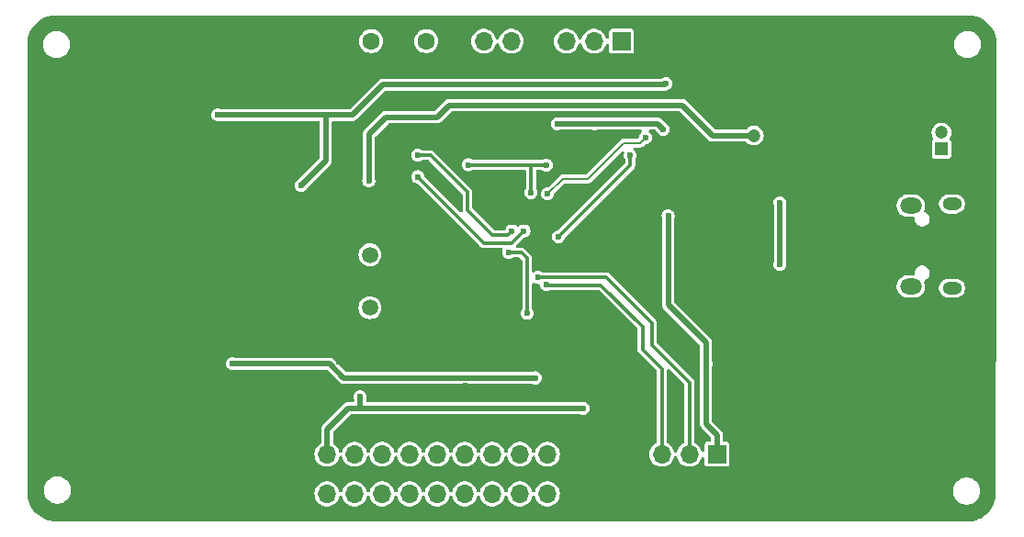
<source format=gbr>
%TF.GenerationSoftware,KiCad,Pcbnew,8.0.0*%
%TF.CreationDate,2024-09-30T13:32:04+02:00*%
%TF.ProjectId,imp_measure,696d705f-6d65-4617-9375-72652e6b6963,rev?*%
%TF.SameCoordinates,Original*%
%TF.FileFunction,Copper,L2,Bot*%
%TF.FilePolarity,Positive*%
%FSLAX46Y46*%
G04 Gerber Fmt 4.6, Leading zero omitted, Abs format (unit mm)*
G04 Created by KiCad (PCBNEW 8.0.0) date 2024-09-30 13:32:04*
%MOMM*%
%LPD*%
G01*
G04 APERTURE LIST*
%TA.AperFunction,ComponentPad*%
%ADD10C,1.500000*%
%TD*%
%TA.AperFunction,ComponentPad*%
%ADD11R,1.700000X1.700000*%
%TD*%
%TA.AperFunction,ComponentPad*%
%ADD12O,1.700000X1.700000*%
%TD*%
%TA.AperFunction,ComponentPad*%
%ADD13O,1.800000X1.150000*%
%TD*%
%TA.AperFunction,ComponentPad*%
%ADD14O,2.000000X1.450000*%
%TD*%
%TA.AperFunction,ComponentPad*%
%ADD15R,1.500000X1.500000*%
%TD*%
%TA.AperFunction,ComponentPad*%
%ADD16C,1.600000*%
%TD*%
%TA.AperFunction,ComponentPad*%
%ADD17R,1.200000X1.200000*%
%TD*%
%TA.AperFunction,ComponentPad*%
%ADD18C,1.200000*%
%TD*%
%TA.AperFunction,ViaPad*%
%ADD19C,0.600000*%
%TD*%
%TA.AperFunction,Conductor*%
%ADD20C,0.500000*%
%TD*%
%TA.AperFunction,Conductor*%
%ADD21C,0.300000*%
%TD*%
%TA.AperFunction,Conductor*%
%ADD22C,0.200000*%
%TD*%
G04 APERTURE END LIST*
D10*
%TO.P,Y1,1,1*%
%TO.N,/RCC_OSC_IN*%
X128900000Y-79400000D03*
%TO.P,Y1,2,2*%
%TO.N,/RCC_OSC_OUT*%
X128900000Y-84280000D03*
%TD*%
D11*
%TO.P,J5,1,Pin_1*%
%TO.N,GND*%
X147810000Y-101450000D03*
D12*
%TO.P,J5,2,Pin_2*%
%TO.N,/ADC1_IN5*%
X145270000Y-101450000D03*
%TO.P,J5,3,Pin_3*%
%TO.N,/IMP4*%
X142730000Y-101450000D03*
%TO.P,J5,4,Pin_4*%
%TO.N,/ADC1_IN4*%
X140190000Y-101450000D03*
%TO.P,J5,5,Pin_5*%
%TO.N,/IMP3*%
X137650000Y-101450000D03*
%TO.P,J5,6,Pin_6*%
%TO.N,/IMP2*%
X135110000Y-101450000D03*
%TO.P,J5,7,Pin_7*%
%TO.N,/IMP1*%
X132570000Y-101450000D03*
%TO.P,J5,8,Pin_8*%
%TO.N,/DAC_OUT_FILTERED*%
X130030000Y-101450000D03*
%TO.P,J5,9,Pin_9*%
%TO.N,/DAC_OUT*%
X127490000Y-101450000D03*
%TO.P,J5,10,Pin_10*%
%TO.N,+3.3V_F*%
X124950000Y-101450000D03*
%TD*%
D13*
%TO.P,J2,6,Shield*%
%TO.N,unconnected-(J2-Shield-Pad6)_1*%
X182570000Y-82475000D03*
D14*
%TO.N,unconnected-(J2-Shield-Pad6)_2*%
X178770000Y-82325000D03*
%TO.N,unconnected-(J2-Shield-Pad6)*%
X178770000Y-74875000D03*
D13*
%TO.N,unconnected-(J2-Shield-Pad6)_0*%
X182570000Y-74725000D03*
%TD*%
D15*
%TO.P,SW1,1,A*%
%TO.N,GND*%
X131560000Y-59700000D03*
D16*
%TO.P,SW1,2,B*%
%TO.N,Net-(SW1-B)*%
X134100000Y-59700000D03*
%TO.P,SW1,3,C*%
%TO.N,+3.3V*%
X129020000Y-59700000D03*
%TD*%
D11*
%TO.P,J4,1,Pin_1*%
%TO.N,/SYS_JTDO_SWO*%
X152100000Y-59700000D03*
D12*
%TO.P,J4,2,Pin_2*%
%TO.N,/NRST*%
X149560000Y-59700000D03*
%TO.P,J4,3,Pin_3*%
%TO.N,/SYS_JTMS_SWDIO*%
X147020000Y-59700000D03*
%TO.P,J4,4,Pin_4*%
%TO.N,GND*%
X144480000Y-59700000D03*
%TO.P,J4,5,Pin_5*%
%TO.N,/SYS_JTCK_SWCLK*%
X141940000Y-59700000D03*
%TO.P,J4,6,Pin_6*%
%TO.N,+3.3V*%
X139400000Y-59700000D03*
%TD*%
D17*
%TO.P,C20,1*%
%TO.N,Net-(IC2-CAP+)*%
X181600000Y-69622600D03*
D18*
%TO.P,C20,2*%
%TO.N,Net-(IC2-CAP-)*%
X181600000Y-68122600D03*
%TD*%
D11*
%TO.P,J3,1,Pin_1*%
%TO.N,GND*%
X147808000Y-97790000D03*
D12*
%TO.P,J3,2,Pin_2*%
%TO.N,/ADC1_IN5*%
X145268000Y-97790000D03*
%TO.P,J3,3,Pin_3*%
%TO.N,/IMP4*%
X142728000Y-97790000D03*
%TO.P,J3,4,Pin_4*%
%TO.N,/ADC1_IN4*%
X140188000Y-97790000D03*
%TO.P,J3,5,Pin_5*%
%TO.N,/IMP3*%
X137648000Y-97790000D03*
%TO.P,J3,6,Pin_6*%
%TO.N,/IMP2*%
X135108000Y-97790000D03*
%TO.P,J3,7,Pin_7*%
%TO.N,/IMP1*%
X132568000Y-97790000D03*
%TO.P,J3,8,Pin_8*%
%TO.N,/DAC_OUT_FILTERED*%
X130028000Y-97790000D03*
%TO.P,J3,9,Pin_9*%
%TO.N,/DAC_OUT*%
X127488000Y-97790000D03*
%TO.P,J3,10,Pin_10*%
%TO.N,+3.3V_F*%
X124948000Y-97790000D03*
%TD*%
D11*
%TO.P,J1,1,Pin_1*%
%TO.N,+3.3V*%
X160889000Y-97800000D03*
D12*
%TO.P,J1,2,Pin_2*%
%TO.N,/USART2_TX*%
X158349000Y-97800000D03*
%TO.P,J1,3,Pin_3*%
%TO.N,/USART2_RX*%
X155809000Y-97800000D03*
%TO.P,J1,4,Pin_4*%
%TO.N,GND*%
X153269000Y-97800000D03*
%TD*%
D17*
%TO.P,C24,1*%
%TO.N,GND*%
X164300000Y-69900000D03*
D18*
%TO.P,C24,2*%
%TO.N,VBUS_M*%
X164300000Y-68400000D03*
%TD*%
D19*
%TO.N,GND*%
X150749000Y-86233000D03*
X175650000Y-77300000D03*
X113538000Y-62738000D03*
X133500000Y-92650000D03*
X146500000Y-94350000D03*
X122936000Y-64516000D03*
X125350000Y-78450000D03*
X130810000Y-69850000D03*
X173500000Y-82500000D03*
X98552000Y-73406000D03*
X125350000Y-74894000D03*
X98552000Y-77470000D03*
X99314000Y-84074000D03*
X103632000Y-91186000D03*
X173900000Y-86200000D03*
X148082000Y-92456000D03*
X148300000Y-77600000D03*
X110800000Y-90500000D03*
X125150000Y-87650000D03*
X99314000Y-80772000D03*
X102362000Y-88646000D03*
X98552000Y-75438000D03*
X112268000Y-97536000D03*
X135382000Y-87376000D03*
X125200000Y-92350000D03*
X109728000Y-97536000D03*
X146150000Y-92700000D03*
X146300000Y-85400000D03*
X127000000Y-69850000D03*
X133004533Y-83511555D03*
X137700000Y-91500000D03*
X139954000Y-83058000D03*
X121412000Y-63246000D03*
X98552000Y-71628000D03*
X117348000Y-97536000D03*
X117094000Y-62738000D03*
X144400000Y-94850000D03*
X99314000Y-82550000D03*
X123698000Y-65024000D03*
X99060000Y-69596000D03*
X123952000Y-69850000D03*
X131500000Y-92400000D03*
X135636000Y-85598000D03*
X99314000Y-90424000D03*
X103364000Y-75050000D03*
X104140000Y-96520000D03*
X102362000Y-85598000D03*
X172900000Y-86200000D03*
X109664000Y-81788000D03*
X132993100Y-75264849D03*
X104902000Y-68072000D03*
X99314000Y-86106000D03*
X99314000Y-88138000D03*
X170078400Y-76657200D03*
X114554000Y-97536000D03*
X112850000Y-77400000D03*
X102870000Y-68580000D03*
X136144000Y-83312000D03*
X136652000Y-82550000D03*
X115570000Y-62738000D03*
X118872000Y-62738000D03*
X111760000Y-62738000D03*
X125350000Y-76672000D03*
X157100000Y-93500000D03*
X172800000Y-65900000D03*
X116459000Y-92329000D03*
X101600000Y-94742000D03*
X131200000Y-88800000D03*
X149860000Y-92456000D03*
X109700000Y-64100000D03*
X119200000Y-97600000D03*
X124714000Y-65532000D03*
X135636000Y-84328000D03*
X136398000Y-69850000D03*
X119713992Y-84862402D03*
X135382000Y-89154000D03*
X179850000Y-85150000D03*
X124050000Y-91850000D03*
X99822000Y-92964000D03*
X166050000Y-94350000D03*
X107696000Y-62992000D03*
X126050000Y-89250000D03*
X123950000Y-90400000D03*
X98552000Y-79502000D03*
X130302000Y-73152000D03*
X142000000Y-84200000D03*
X173500000Y-81600000D03*
X131572000Y-72898000D03*
X129032000Y-91948000D03*
X109728000Y-62738000D03*
X105664000Y-66294000D03*
X135900000Y-92100000D03*
X120777000Y-65659000D03*
X142350000Y-95300000D03*
X100838000Y-68580000D03*
X122400000Y-96400000D03*
X112100000Y-70900000D03*
X121700000Y-97600000D03*
X106172000Y-64262000D03*
X106426000Y-97536000D03*
X120396000Y-62738000D03*
%TO.N,VBUS*%
X166700000Y-80300000D03*
X114900000Y-66500000D03*
X122550000Y-73000000D03*
X166700000Y-74600000D03*
X156200000Y-63600000D03*
%TO.N,+3.3V*%
X149606000Y-67310000D03*
X156400000Y-75800000D03*
X146177000Y-67310000D03*
X143400000Y-84800000D03*
X141700000Y-79200000D03*
X159900000Y-89450000D03*
X155956000Y-67818000D03*
%TO.N,/NRST*%
X152908000Y-70231000D03*
X146304000Y-77724000D03*
%TO.N,VBUS_M*%
X128800000Y-72600000D03*
%TO.N,/SPI1_NSS*%
X143764000Y-73660000D03*
X138000000Y-71100000D03*
X145161000Y-71120000D03*
%TO.N,/SPI1_SCK*%
X143100000Y-77200000D03*
X133300000Y-72200000D03*
%TO.N,/SPI1_MOSI*%
X142000000Y-77200000D03*
X133300000Y-70200000D03*
%TO.N,/USART2_RX*%
X145200000Y-82150000D03*
%TO.N,/USART2_TX*%
X144400000Y-81500000D03*
%TO.N,/SYS_JTDO_SWO*%
X145288000Y-73787000D03*
X154300000Y-68600000D03*
%TO.N,+3.3V_F*%
X128000000Y-92500000D03*
X148550000Y-93550000D03*
%TO.N,/ADC_IN4_MID*%
X144150000Y-90750000D03*
X116250000Y-89450000D03*
%TD*%
D20*
%TO.N,GND*%
X138900000Y-92700000D02*
X137700000Y-91500000D01*
X146150000Y-92700000D02*
X138900000Y-92700000D01*
%TO.N,VBUS*%
X166700000Y-80300000D02*
X166700000Y-80000000D01*
X127300000Y-66500000D02*
X126100000Y-66500000D01*
X122550000Y-73000000D02*
X124850000Y-70700000D01*
X166700000Y-80000000D02*
X166700000Y-74600000D01*
X156200000Y-63600000D02*
X156100000Y-63700000D01*
X130100000Y-63700000D02*
X127300000Y-66500000D01*
X114900000Y-66500000D02*
X124850000Y-66500000D01*
X126100000Y-66500000D02*
X124850000Y-66500000D01*
X124850000Y-70700000D02*
X124850000Y-66500000D01*
X156100000Y-63700000D02*
X130100000Y-63700000D01*
%TO.N,+3.3V*%
X156400000Y-84010000D02*
X156400000Y-75800000D01*
D21*
X142900000Y-79200000D02*
X141700000Y-79200000D01*
D20*
X159893000Y-89457000D02*
X159893000Y-94996000D01*
X149606000Y-67310000D02*
X146177000Y-67310000D01*
D21*
X143400000Y-79700000D02*
X142900000Y-79200000D01*
D20*
X149616000Y-67300000D02*
X149606000Y-67310000D01*
X155438000Y-67300000D02*
X149616000Y-67300000D01*
X159900000Y-89450000D02*
X159893000Y-89457000D01*
X160889000Y-96032000D02*
X160889000Y-98044000D01*
X159900000Y-89450000D02*
X159900000Y-87510000D01*
D21*
X143400000Y-84800000D02*
X143400000Y-79700000D01*
D20*
X155956000Y-67818000D02*
X155438000Y-67300000D01*
X159893000Y-94996000D02*
X160909000Y-96012000D01*
X160909000Y-96012000D02*
X160889000Y-96032000D01*
X159900000Y-87510000D02*
X156400000Y-84010000D01*
D21*
%TO.N,/NRST*%
X152908000Y-71120000D02*
X146304000Y-77724000D01*
X152908000Y-70231000D02*
X152908000Y-71120000D01*
D20*
%TO.N,VBUS_M*%
X135100000Y-66700000D02*
X136200000Y-65600000D01*
X128800000Y-72600000D02*
X128800000Y-68300000D01*
X157700000Y-65600000D02*
X160500000Y-68400000D01*
X128800000Y-68300000D02*
X130400000Y-66700000D01*
X160500000Y-68400000D02*
X164300000Y-68400000D01*
X136200000Y-65600000D02*
X157700000Y-65600000D01*
X130400000Y-66700000D02*
X135100000Y-66700000D01*
D21*
%TO.N,/SPI1_NSS*%
X138000000Y-71100000D02*
X141700000Y-71100000D01*
X145141000Y-71100000D02*
X145161000Y-71120000D01*
X141700000Y-71100000D02*
X143764000Y-71100000D01*
X143764000Y-71100000D02*
X143764000Y-73660000D01*
X141700000Y-71100000D02*
X145141000Y-71100000D01*
%TO.N,/SPI1_SCK*%
X139400000Y-78300000D02*
X142000000Y-78300000D01*
X133300000Y-72200000D02*
X139400000Y-78300000D01*
X142000000Y-78300000D02*
X143100000Y-77200000D01*
%TO.N,/SPI1_MOSI*%
X137900000Y-73600000D02*
X137900000Y-75300000D01*
X133300000Y-70200000D02*
X134500000Y-70200000D01*
X140200000Y-77600000D02*
X141600000Y-77600000D01*
X134500000Y-70200000D02*
X137900000Y-73600000D01*
X137900000Y-75300000D02*
X140200000Y-77600000D01*
X141600000Y-77600000D02*
X142000000Y-77200000D01*
%TO.N,/USART2_RX*%
X145250000Y-82200000D02*
X150200000Y-82200000D01*
X155809000Y-89909000D02*
X155809000Y-98044000D01*
X145200000Y-82150000D02*
X145250000Y-82200000D01*
X154051000Y-86051000D02*
X154051000Y-88151000D01*
X150200000Y-82200000D02*
X154051000Y-86051000D01*
X154051000Y-88151000D02*
X155809000Y-89909000D01*
%TO.N,/USART2_TX*%
X154900000Y-87717000D02*
X158349000Y-91166000D01*
X144400000Y-81500000D02*
X150715000Y-81500000D01*
X154900000Y-85685000D02*
X154900000Y-87717000D01*
X150715000Y-81500000D02*
X154900000Y-85685000D01*
X158349000Y-91166000D02*
X158349000Y-98044000D01*
D22*
%TO.N,/SYS_JTDO_SWO*%
X154300000Y-68600000D02*
X153800000Y-69100000D01*
X153800000Y-69100000D02*
X152300000Y-69100000D01*
X146675000Y-72400000D02*
X145288000Y-73787000D01*
X152300000Y-69100000D02*
X149000000Y-72400000D01*
X149000000Y-72400000D02*
X146675000Y-72400000D01*
D20*
%TO.N,+3.3V_F*%
X148550000Y-93550000D02*
X128000000Y-93550000D01*
X126900000Y-93550000D02*
X124948000Y-95502000D01*
X128000000Y-93550000D02*
X126900000Y-93550000D01*
X124948000Y-95502000D02*
X124948000Y-97790000D01*
X128000000Y-92500000D02*
X128000000Y-93550000D01*
%TO.N,/ADC_IN4_MID*%
X144150000Y-90750000D02*
X126489339Y-90750000D01*
X126489339Y-90750000D02*
X125189339Y-89450000D01*
X125189339Y-89450000D02*
X116250000Y-89450000D01*
%TD*%
%TA.AperFunction,Conductor*%
%TO.N,GND*%
G36*
X156483000Y-89944283D02*
G01*
X156513859Y-89967962D01*
X157854859Y-91308962D01*
X157893423Y-91375757D01*
X157898500Y-91414321D01*
X157898500Y-96642760D01*
X157878538Y-96717260D01*
X157827939Y-96769442D01*
X157652698Y-96877947D01*
X157652697Y-96877948D01*
X157495127Y-97021593D01*
X157366636Y-97191740D01*
X157271594Y-97382612D01*
X157271593Y-97382614D01*
X157222312Y-97555820D01*
X157182724Y-97622013D01*
X157115343Y-97659544D01*
X157038224Y-97658356D01*
X156972031Y-97618768D01*
X156935688Y-97555820D01*
X156886406Y-97382614D01*
X156886405Y-97382612D01*
X156881426Y-97372612D01*
X156791366Y-97191745D01*
X156791364Y-97191743D01*
X156791363Y-97191740D01*
X156662872Y-97021593D01*
X156505302Y-96877948D01*
X156505301Y-96877947D01*
X156330061Y-96769442D01*
X156277229Y-96713250D01*
X156259500Y-96642760D01*
X156259500Y-90073321D01*
X156279462Y-89998821D01*
X156334000Y-89944283D01*
X156408500Y-89924321D01*
X156483000Y-89944283D01*
G37*
%TD.AperFunction*%
%TA.AperFunction,Conductor*%
G36*
X184001125Y-57300017D02*
G01*
X184004181Y-57300063D01*
X184155299Y-57302344D01*
X184170977Y-57303410D01*
X184478195Y-57340713D01*
X184495886Y-57343956D01*
X184795246Y-57417742D01*
X184812415Y-57423092D01*
X185100695Y-57532422D01*
X185117103Y-57539806D01*
X185390105Y-57683089D01*
X185405502Y-57692397D01*
X185659249Y-57867545D01*
X185673405Y-57878635D01*
X185904191Y-58083094D01*
X185916905Y-58095808D01*
X186121362Y-58326592D01*
X186132454Y-58340750D01*
X186307602Y-58594497D01*
X186316910Y-58609894D01*
X186460193Y-58882896D01*
X186467577Y-58899304D01*
X186576905Y-59187579D01*
X186582258Y-59204757D01*
X186656042Y-59504110D01*
X186659286Y-59521808D01*
X186693513Y-59803693D01*
X186694599Y-59821972D01*
X186651421Y-79986442D01*
X186650000Y-80650000D01*
X186608135Y-97940455D01*
X186600000Y-101300019D01*
X186603587Y-101452959D01*
X186603086Y-101469153D01*
X186577099Y-101772905D01*
X186574394Y-101791138D01*
X186511339Y-102088237D01*
X186506405Y-102105997D01*
X186407142Y-102393056D01*
X186400052Y-102410070D01*
X186266108Y-102682671D01*
X186256972Y-102698680D01*
X186090394Y-102952659D01*
X186079350Y-102967418D01*
X185882690Y-103198881D01*
X185869909Y-103212163D01*
X185646173Y-103417575D01*
X185631850Y-103429177D01*
X185384464Y-103605392D01*
X185368818Y-103615137D01*
X185101563Y-103759460D01*
X185084834Y-103767198D01*
X184801812Y-103877417D01*
X184784255Y-103883031D01*
X184489784Y-103957462D01*
X184471668Y-103960865D01*
X184169147Y-103998505D01*
X184152983Y-103999628D01*
X184064921Y-104000948D01*
X184061181Y-104000005D01*
X100001119Y-103991354D01*
X99998882Y-103991337D01*
X99844602Y-103989005D01*
X99828894Y-103987936D01*
X99521474Y-103950608D01*
X99503776Y-103947364D01*
X99204207Y-103873527D01*
X99187029Y-103868174D01*
X98898544Y-103758766D01*
X98882136Y-103751382D01*
X98608936Y-103607996D01*
X98593539Y-103598688D01*
X98339608Y-103423413D01*
X98325458Y-103412328D01*
X98094499Y-103207716D01*
X98081785Y-103195002D01*
X97877178Y-102964049D01*
X97866088Y-102949893D01*
X97690813Y-102695962D01*
X97681505Y-102680565D01*
X97538118Y-102407366D01*
X97530734Y-102390958D01*
X97503712Y-102319708D01*
X97421326Y-102102473D01*
X97415973Y-102085295D01*
X97409309Y-102058259D01*
X97342134Y-101785723D01*
X97338891Y-101768028D01*
X97301561Y-101460592D01*
X97300495Y-101444910D01*
X97300017Y-101413236D01*
X97300000Y-101410991D01*
X97300000Y-101198417D01*
X98849500Y-101198417D01*
X98880291Y-101392826D01*
X98941116Y-101580025D01*
X98941119Y-101580030D01*
X98941121Y-101580036D01*
X98992068Y-101680025D01*
X99030476Y-101755405D01*
X99146172Y-101914646D01*
X99285354Y-102053828D01*
X99444595Y-102169524D01*
X99619975Y-102258884D01*
X99807174Y-102319709D01*
X100001583Y-102350500D01*
X100001588Y-102350500D01*
X100198412Y-102350500D01*
X100198417Y-102350500D01*
X100392826Y-102319709D01*
X100580025Y-102258884D01*
X100755405Y-102169524D01*
X100914646Y-102053828D01*
X101053828Y-101914646D01*
X101169524Y-101755405D01*
X101258884Y-101580025D01*
X101301131Y-101450004D01*
X123794571Y-101450004D01*
X123814243Y-101662305D01*
X123814243Y-101662307D01*
X123814244Y-101662310D01*
X123819288Y-101680036D01*
X123872593Y-101867385D01*
X123872594Y-101867387D01*
X123967636Y-102058259D01*
X124096127Y-102228406D01*
X124096128Y-102228407D01*
X124239254Y-102358884D01*
X124253697Y-102372051D01*
X124253698Y-102372052D01*
X124434977Y-102484296D01*
X124434983Y-102484299D01*
X124522189Y-102518082D01*
X124633802Y-102561321D01*
X124843390Y-102600500D01*
X124843393Y-102600500D01*
X125056607Y-102600500D01*
X125056610Y-102600500D01*
X125266198Y-102561321D01*
X125465019Y-102484298D01*
X125646302Y-102372052D01*
X125803872Y-102228407D01*
X125932366Y-102058255D01*
X126027405Y-101867389D01*
X126076688Y-101694177D01*
X126116276Y-101627986D01*
X126183657Y-101590455D01*
X126260776Y-101591643D01*
X126326969Y-101631231D01*
X126363312Y-101694179D01*
X126412593Y-101867385D01*
X126412594Y-101867387D01*
X126507636Y-102058259D01*
X126636127Y-102228406D01*
X126636128Y-102228407D01*
X126779254Y-102358884D01*
X126793697Y-102372051D01*
X126793698Y-102372052D01*
X126974977Y-102484296D01*
X126974983Y-102484299D01*
X127062189Y-102518082D01*
X127173802Y-102561321D01*
X127383390Y-102600500D01*
X127383393Y-102600500D01*
X127596607Y-102600500D01*
X127596610Y-102600500D01*
X127806198Y-102561321D01*
X128005019Y-102484298D01*
X128186302Y-102372052D01*
X128343872Y-102228407D01*
X128472366Y-102058255D01*
X128567405Y-101867389D01*
X128616688Y-101694177D01*
X128656276Y-101627986D01*
X128723657Y-101590455D01*
X128800776Y-101591643D01*
X128866969Y-101631231D01*
X128903312Y-101694179D01*
X128952593Y-101867385D01*
X128952594Y-101867387D01*
X129047636Y-102058259D01*
X129176127Y-102228406D01*
X129176128Y-102228407D01*
X129319254Y-102358884D01*
X129333697Y-102372051D01*
X129333698Y-102372052D01*
X129514977Y-102484296D01*
X129514983Y-102484299D01*
X129602189Y-102518082D01*
X129713802Y-102561321D01*
X129923390Y-102600500D01*
X129923393Y-102600500D01*
X130136607Y-102600500D01*
X130136610Y-102600500D01*
X130346198Y-102561321D01*
X130545019Y-102484298D01*
X130726302Y-102372052D01*
X130883872Y-102228407D01*
X131012366Y-102058255D01*
X131107405Y-101867389D01*
X131156688Y-101694177D01*
X131196276Y-101627986D01*
X131263657Y-101590455D01*
X131340776Y-101591643D01*
X131406969Y-101631231D01*
X131443312Y-101694179D01*
X131492593Y-101867385D01*
X131492594Y-101867387D01*
X131587636Y-102058259D01*
X131716127Y-102228406D01*
X131716128Y-102228407D01*
X131859254Y-102358884D01*
X131873697Y-102372051D01*
X131873698Y-102372052D01*
X132054977Y-102484296D01*
X132054983Y-102484299D01*
X132142189Y-102518082D01*
X132253802Y-102561321D01*
X132463390Y-102600500D01*
X132463393Y-102600500D01*
X132676607Y-102600500D01*
X132676610Y-102600500D01*
X132886198Y-102561321D01*
X133085019Y-102484298D01*
X133266302Y-102372052D01*
X133423872Y-102228407D01*
X133552366Y-102058255D01*
X133647405Y-101867389D01*
X133696688Y-101694177D01*
X133736276Y-101627986D01*
X133803657Y-101590455D01*
X133880776Y-101591643D01*
X133946969Y-101631231D01*
X133983312Y-101694179D01*
X134032593Y-101867385D01*
X134032594Y-101867387D01*
X134127636Y-102058259D01*
X134256127Y-102228406D01*
X134256128Y-102228407D01*
X134399254Y-102358884D01*
X134413697Y-102372051D01*
X134413698Y-102372052D01*
X134594977Y-102484296D01*
X134594983Y-102484299D01*
X134682189Y-102518082D01*
X134793802Y-102561321D01*
X135003390Y-102600500D01*
X135003393Y-102600500D01*
X135216607Y-102600500D01*
X135216610Y-102600500D01*
X135426198Y-102561321D01*
X135625019Y-102484298D01*
X135806302Y-102372052D01*
X135963872Y-102228407D01*
X136092366Y-102058255D01*
X136187405Y-101867389D01*
X136236688Y-101694177D01*
X136276276Y-101627986D01*
X136343657Y-101590455D01*
X136420776Y-101591643D01*
X136486969Y-101631231D01*
X136523312Y-101694179D01*
X136572593Y-101867385D01*
X136572594Y-101867387D01*
X136667636Y-102058259D01*
X136796127Y-102228406D01*
X136796128Y-102228407D01*
X136939254Y-102358884D01*
X136953697Y-102372051D01*
X136953698Y-102372052D01*
X137134977Y-102484296D01*
X137134983Y-102484299D01*
X137222189Y-102518082D01*
X137333802Y-102561321D01*
X137543390Y-102600500D01*
X137543393Y-102600500D01*
X137756607Y-102600500D01*
X137756610Y-102600500D01*
X137966198Y-102561321D01*
X138165019Y-102484298D01*
X138346302Y-102372052D01*
X138503872Y-102228407D01*
X138632366Y-102058255D01*
X138727405Y-101867389D01*
X138776688Y-101694177D01*
X138816276Y-101627986D01*
X138883657Y-101590455D01*
X138960776Y-101591643D01*
X139026969Y-101631231D01*
X139063312Y-101694179D01*
X139112593Y-101867385D01*
X139112594Y-101867387D01*
X139207636Y-102058259D01*
X139336127Y-102228406D01*
X139336128Y-102228407D01*
X139479254Y-102358884D01*
X139493697Y-102372051D01*
X139493698Y-102372052D01*
X139674977Y-102484296D01*
X139674983Y-102484299D01*
X139762189Y-102518082D01*
X139873802Y-102561321D01*
X140083390Y-102600500D01*
X140083393Y-102600500D01*
X140296607Y-102600500D01*
X140296610Y-102600500D01*
X140506198Y-102561321D01*
X140705019Y-102484298D01*
X140886302Y-102372052D01*
X141043872Y-102228407D01*
X141172366Y-102058255D01*
X141267405Y-101867389D01*
X141316688Y-101694177D01*
X141356276Y-101627986D01*
X141423657Y-101590455D01*
X141500776Y-101591643D01*
X141566969Y-101631231D01*
X141603312Y-101694179D01*
X141652593Y-101867385D01*
X141652594Y-101867387D01*
X141747636Y-102058259D01*
X141876127Y-102228406D01*
X141876128Y-102228407D01*
X142019254Y-102358884D01*
X142033697Y-102372051D01*
X142033698Y-102372052D01*
X142214977Y-102484296D01*
X142214983Y-102484299D01*
X142302189Y-102518082D01*
X142413802Y-102561321D01*
X142623390Y-102600500D01*
X142623393Y-102600500D01*
X142836607Y-102600500D01*
X142836610Y-102600500D01*
X143046198Y-102561321D01*
X143245019Y-102484298D01*
X143426302Y-102372052D01*
X143583872Y-102228407D01*
X143712366Y-102058255D01*
X143807405Y-101867389D01*
X143856688Y-101694177D01*
X143896276Y-101627986D01*
X143963657Y-101590455D01*
X144040776Y-101591643D01*
X144106969Y-101631231D01*
X144143312Y-101694179D01*
X144192593Y-101867385D01*
X144192594Y-101867387D01*
X144287636Y-102058259D01*
X144416127Y-102228406D01*
X144416128Y-102228407D01*
X144559254Y-102358884D01*
X144573697Y-102372051D01*
X144573698Y-102372052D01*
X144754977Y-102484296D01*
X144754983Y-102484299D01*
X144842189Y-102518082D01*
X144953802Y-102561321D01*
X145163390Y-102600500D01*
X145163393Y-102600500D01*
X145376607Y-102600500D01*
X145376610Y-102600500D01*
X145586198Y-102561321D01*
X145785019Y-102484298D01*
X145966302Y-102372052D01*
X146123872Y-102228407D01*
X146252366Y-102058255D01*
X146347405Y-101867389D01*
X146405756Y-101662310D01*
X146421461Y-101492825D01*
X146425429Y-101450004D01*
X146425429Y-101449995D01*
X146412304Y-101308356D01*
X146411383Y-101298417D01*
X182649500Y-101298417D01*
X182680291Y-101492826D01*
X182741116Y-101680025D01*
X182741119Y-101680030D01*
X182741121Y-101680036D01*
X182825179Y-101845010D01*
X182830476Y-101855405D01*
X182946172Y-102014646D01*
X183085354Y-102153828D01*
X183244595Y-102269524D01*
X183419975Y-102358884D01*
X183607174Y-102419709D01*
X183801583Y-102450500D01*
X183801588Y-102450500D01*
X183998412Y-102450500D01*
X183998417Y-102450500D01*
X184192826Y-102419709D01*
X184380025Y-102358884D01*
X184555405Y-102269524D01*
X184714646Y-102153828D01*
X184853828Y-102014646D01*
X184969524Y-101855405D01*
X185058884Y-101680025D01*
X185119709Y-101492826D01*
X185150500Y-101298417D01*
X185150500Y-101101583D01*
X185119709Y-100907174D01*
X185058884Y-100719975D01*
X184969524Y-100544595D01*
X184853828Y-100385354D01*
X184714646Y-100246172D01*
X184555405Y-100130476D01*
X184545010Y-100125179D01*
X184380036Y-100041121D01*
X184380030Y-100041119D01*
X184380025Y-100041116D01*
X184192826Y-99980291D01*
X183998417Y-99949500D01*
X183801583Y-99949500D01*
X183607174Y-99980291D01*
X183452728Y-100030474D01*
X183419975Y-100041116D01*
X183419972Y-100041117D01*
X183419963Y-100041121D01*
X183244598Y-100130474D01*
X183244593Y-100130477D01*
X183085363Y-100246165D01*
X183085352Y-100246174D01*
X182946174Y-100385352D01*
X182946165Y-100385363D01*
X182830477Y-100544593D01*
X182830474Y-100544598D01*
X182741121Y-100719963D01*
X182741117Y-100719972D01*
X182741116Y-100719975D01*
X182680291Y-100907174D01*
X182649500Y-101101583D01*
X182649500Y-101298417D01*
X146411383Y-101298417D01*
X146405756Y-101237690D01*
X146347405Y-101032611D01*
X146252366Y-100841745D01*
X146252364Y-100841743D01*
X146252363Y-100841740D01*
X146123872Y-100671593D01*
X145966302Y-100527948D01*
X145966301Y-100527947D01*
X145785022Y-100415703D01*
X145785016Y-100415700D01*
X145586204Y-100338681D01*
X145586200Y-100338680D01*
X145586198Y-100338679D01*
X145544280Y-100330843D01*
X145376614Y-100299500D01*
X145376610Y-100299500D01*
X145163390Y-100299500D01*
X145163385Y-100299500D01*
X144953802Y-100338679D01*
X144953795Y-100338681D01*
X144754983Y-100415700D01*
X144754977Y-100415703D01*
X144573698Y-100527947D01*
X144573697Y-100527948D01*
X144416127Y-100671593D01*
X144287636Y-100841740D01*
X144192594Y-101032612D01*
X144192593Y-101032614D01*
X144143312Y-101205820D01*
X144103724Y-101272013D01*
X144036343Y-101309544D01*
X143959224Y-101308356D01*
X143893031Y-101268768D01*
X143856688Y-101205820D01*
X143807406Y-101032614D01*
X143807405Y-101032612D01*
X143744945Y-100907174D01*
X143712366Y-100841745D01*
X143712364Y-100841743D01*
X143712363Y-100841740D01*
X143583872Y-100671593D01*
X143426302Y-100527948D01*
X143426301Y-100527947D01*
X143245022Y-100415703D01*
X143245016Y-100415700D01*
X143046204Y-100338681D01*
X143046200Y-100338680D01*
X143046198Y-100338679D01*
X143004280Y-100330843D01*
X142836614Y-100299500D01*
X142836610Y-100299500D01*
X142623390Y-100299500D01*
X142623385Y-100299500D01*
X142413802Y-100338679D01*
X142413795Y-100338681D01*
X142214983Y-100415700D01*
X142214977Y-100415703D01*
X142033698Y-100527947D01*
X142033697Y-100527948D01*
X141876127Y-100671593D01*
X141747636Y-100841740D01*
X141652594Y-101032612D01*
X141652593Y-101032614D01*
X141603312Y-101205820D01*
X141563724Y-101272013D01*
X141496343Y-101309544D01*
X141419224Y-101308356D01*
X141353031Y-101268768D01*
X141316688Y-101205820D01*
X141267406Y-101032614D01*
X141267405Y-101032612D01*
X141204945Y-100907174D01*
X141172366Y-100841745D01*
X141172364Y-100841743D01*
X141172363Y-100841740D01*
X141043872Y-100671593D01*
X140886302Y-100527948D01*
X140886301Y-100527947D01*
X140705022Y-100415703D01*
X140705016Y-100415700D01*
X140506204Y-100338681D01*
X140506200Y-100338680D01*
X140506198Y-100338679D01*
X140464280Y-100330843D01*
X140296614Y-100299500D01*
X140296610Y-100299500D01*
X140083390Y-100299500D01*
X140083385Y-100299500D01*
X139873802Y-100338679D01*
X139873795Y-100338681D01*
X139674983Y-100415700D01*
X139674977Y-100415703D01*
X139493698Y-100527947D01*
X139493697Y-100527948D01*
X139336127Y-100671593D01*
X139207636Y-100841740D01*
X139112594Y-101032612D01*
X139112593Y-101032614D01*
X139063312Y-101205820D01*
X139023724Y-101272013D01*
X138956343Y-101309544D01*
X138879224Y-101308356D01*
X138813031Y-101268768D01*
X138776688Y-101205820D01*
X138727406Y-101032614D01*
X138727405Y-101032612D01*
X138664945Y-100907174D01*
X138632366Y-100841745D01*
X138632364Y-100841743D01*
X138632363Y-100841740D01*
X138503872Y-100671593D01*
X138346302Y-100527948D01*
X138346301Y-100527947D01*
X138165022Y-100415703D01*
X138165016Y-100415700D01*
X137966204Y-100338681D01*
X137966200Y-100338680D01*
X137966198Y-100338679D01*
X137924280Y-100330843D01*
X137756614Y-100299500D01*
X137756610Y-100299500D01*
X137543390Y-100299500D01*
X137543385Y-100299500D01*
X137333802Y-100338679D01*
X137333795Y-100338681D01*
X137134983Y-100415700D01*
X137134977Y-100415703D01*
X136953698Y-100527947D01*
X136953697Y-100527948D01*
X136796127Y-100671593D01*
X136667636Y-100841740D01*
X136572594Y-101032612D01*
X136572593Y-101032614D01*
X136523312Y-101205820D01*
X136483724Y-101272013D01*
X136416343Y-101309544D01*
X136339224Y-101308356D01*
X136273031Y-101268768D01*
X136236688Y-101205820D01*
X136187406Y-101032614D01*
X136187405Y-101032612D01*
X136124945Y-100907174D01*
X136092366Y-100841745D01*
X136092364Y-100841743D01*
X136092363Y-100841740D01*
X135963872Y-100671593D01*
X135806302Y-100527948D01*
X135806301Y-100527947D01*
X135625022Y-100415703D01*
X135625016Y-100415700D01*
X135426204Y-100338681D01*
X135426200Y-100338680D01*
X135426198Y-100338679D01*
X135384280Y-100330843D01*
X135216614Y-100299500D01*
X135216610Y-100299500D01*
X135003390Y-100299500D01*
X135003385Y-100299500D01*
X134793802Y-100338679D01*
X134793795Y-100338681D01*
X134594983Y-100415700D01*
X134594977Y-100415703D01*
X134413698Y-100527947D01*
X134413697Y-100527948D01*
X134256127Y-100671593D01*
X134127636Y-100841740D01*
X134032594Y-101032612D01*
X134032593Y-101032614D01*
X133983312Y-101205820D01*
X133943724Y-101272013D01*
X133876343Y-101309544D01*
X133799224Y-101308356D01*
X133733031Y-101268768D01*
X133696688Y-101205820D01*
X133647406Y-101032614D01*
X133647405Y-101032612D01*
X133584945Y-100907174D01*
X133552366Y-100841745D01*
X133552364Y-100841743D01*
X133552363Y-100841740D01*
X133423872Y-100671593D01*
X133266302Y-100527948D01*
X133266301Y-100527947D01*
X133085022Y-100415703D01*
X133085016Y-100415700D01*
X132886204Y-100338681D01*
X132886200Y-100338680D01*
X132886198Y-100338679D01*
X132844280Y-100330843D01*
X132676614Y-100299500D01*
X132676610Y-100299500D01*
X132463390Y-100299500D01*
X132463385Y-100299500D01*
X132253802Y-100338679D01*
X132253795Y-100338681D01*
X132054983Y-100415700D01*
X132054977Y-100415703D01*
X131873698Y-100527947D01*
X131873697Y-100527948D01*
X131716127Y-100671593D01*
X131587636Y-100841740D01*
X131492594Y-101032612D01*
X131492593Y-101032614D01*
X131443312Y-101205820D01*
X131403724Y-101272013D01*
X131336343Y-101309544D01*
X131259224Y-101308356D01*
X131193031Y-101268768D01*
X131156688Y-101205820D01*
X131107406Y-101032614D01*
X131107405Y-101032612D01*
X131044945Y-100907174D01*
X131012366Y-100841745D01*
X131012364Y-100841743D01*
X131012363Y-100841740D01*
X130883872Y-100671593D01*
X130726302Y-100527948D01*
X130726301Y-100527947D01*
X130545022Y-100415703D01*
X130545016Y-100415700D01*
X130346204Y-100338681D01*
X130346200Y-100338680D01*
X130346198Y-100338679D01*
X130304280Y-100330843D01*
X130136614Y-100299500D01*
X130136610Y-100299500D01*
X129923390Y-100299500D01*
X129923385Y-100299500D01*
X129713802Y-100338679D01*
X129713795Y-100338681D01*
X129514983Y-100415700D01*
X129514977Y-100415703D01*
X129333698Y-100527947D01*
X129333697Y-100527948D01*
X129176127Y-100671593D01*
X129047636Y-100841740D01*
X128952594Y-101032612D01*
X128952593Y-101032614D01*
X128903312Y-101205820D01*
X128863724Y-101272013D01*
X128796343Y-101309544D01*
X128719224Y-101308356D01*
X128653031Y-101268768D01*
X128616688Y-101205820D01*
X128567406Y-101032614D01*
X128567405Y-101032612D01*
X128504945Y-100907174D01*
X128472366Y-100841745D01*
X128472364Y-100841743D01*
X128472363Y-100841740D01*
X128343872Y-100671593D01*
X128186302Y-100527948D01*
X128186301Y-100527947D01*
X128005022Y-100415703D01*
X128005016Y-100415700D01*
X127806204Y-100338681D01*
X127806200Y-100338680D01*
X127806198Y-100338679D01*
X127764280Y-100330843D01*
X127596614Y-100299500D01*
X127596610Y-100299500D01*
X127383390Y-100299500D01*
X127383385Y-100299500D01*
X127173802Y-100338679D01*
X127173795Y-100338681D01*
X126974983Y-100415700D01*
X126974977Y-100415703D01*
X126793698Y-100527947D01*
X126793697Y-100527948D01*
X126636127Y-100671593D01*
X126507636Y-100841740D01*
X126412594Y-101032612D01*
X126412593Y-101032614D01*
X126363312Y-101205820D01*
X126323724Y-101272013D01*
X126256343Y-101309544D01*
X126179224Y-101308356D01*
X126113031Y-101268768D01*
X126076688Y-101205820D01*
X126027406Y-101032614D01*
X126027405Y-101032612D01*
X125964945Y-100907174D01*
X125932366Y-100841745D01*
X125932364Y-100841743D01*
X125932363Y-100841740D01*
X125803872Y-100671593D01*
X125646302Y-100527948D01*
X125646301Y-100527947D01*
X125465022Y-100415703D01*
X125465016Y-100415700D01*
X125266204Y-100338681D01*
X125266200Y-100338680D01*
X125266198Y-100338679D01*
X125224280Y-100330843D01*
X125056614Y-100299500D01*
X125056610Y-100299500D01*
X124843390Y-100299500D01*
X124843385Y-100299500D01*
X124633802Y-100338679D01*
X124633795Y-100338681D01*
X124434983Y-100415700D01*
X124434977Y-100415703D01*
X124253698Y-100527947D01*
X124253697Y-100527948D01*
X124096127Y-100671593D01*
X123967636Y-100841740D01*
X123872594Y-101032612D01*
X123872593Y-101032614D01*
X123814243Y-101237694D01*
X123794571Y-101449995D01*
X123794571Y-101450004D01*
X101301131Y-101450004D01*
X101319709Y-101392826D01*
X101350500Y-101198417D01*
X101350500Y-101001583D01*
X101319709Y-100807174D01*
X101258884Y-100619975D01*
X101169524Y-100444595D01*
X101053828Y-100285354D01*
X100914646Y-100146172D01*
X100755405Y-100030476D01*
X100656911Y-99980291D01*
X100580036Y-99941121D01*
X100580030Y-99941119D01*
X100580025Y-99941116D01*
X100392826Y-99880291D01*
X100198417Y-99849500D01*
X100001583Y-99849500D01*
X99807174Y-99880291D01*
X99619975Y-99941116D01*
X99619972Y-99941117D01*
X99619963Y-99941121D01*
X99444598Y-100030474D01*
X99444593Y-100030477D01*
X99285363Y-100146165D01*
X99285352Y-100146174D01*
X99146174Y-100285352D01*
X99146165Y-100285363D01*
X99030477Y-100444593D01*
X99030474Y-100444598D01*
X98941121Y-100619963D01*
X98941117Y-100619972D01*
X98941116Y-100619975D01*
X98880291Y-100807174D01*
X98849500Y-101001583D01*
X98849500Y-101198417D01*
X97300000Y-101198417D01*
X97300000Y-97790004D01*
X123792571Y-97790004D01*
X123812243Y-98002305D01*
X123812243Y-98002307D01*
X123812244Y-98002310D01*
X123821312Y-98034179D01*
X123870593Y-98207385D01*
X123870594Y-98207387D01*
X123965636Y-98398259D01*
X124094127Y-98568406D01*
X124094128Y-98568407D01*
X124105098Y-98578407D01*
X124251697Y-98712051D01*
X124251698Y-98712052D01*
X124432977Y-98824296D01*
X124432983Y-98824299D01*
X124520189Y-98858082D01*
X124631802Y-98901321D01*
X124841390Y-98940500D01*
X124841393Y-98940500D01*
X125054607Y-98940500D01*
X125054610Y-98940500D01*
X125264198Y-98901321D01*
X125463019Y-98824298D01*
X125644302Y-98712052D01*
X125801872Y-98568407D01*
X125930366Y-98398255D01*
X126025405Y-98207389D01*
X126074688Y-98034177D01*
X126114276Y-97967986D01*
X126181657Y-97930455D01*
X126258776Y-97931643D01*
X126324969Y-97971231D01*
X126361312Y-98034179D01*
X126410593Y-98207385D01*
X126410594Y-98207387D01*
X126505636Y-98398259D01*
X126634127Y-98568406D01*
X126634128Y-98568407D01*
X126645098Y-98578407D01*
X126791697Y-98712051D01*
X126791698Y-98712052D01*
X126972977Y-98824296D01*
X126972983Y-98824299D01*
X127060189Y-98858082D01*
X127171802Y-98901321D01*
X127381390Y-98940500D01*
X127381393Y-98940500D01*
X127594607Y-98940500D01*
X127594610Y-98940500D01*
X127804198Y-98901321D01*
X128003019Y-98824298D01*
X128184302Y-98712052D01*
X128341872Y-98568407D01*
X128470366Y-98398255D01*
X128565405Y-98207389D01*
X128614688Y-98034177D01*
X128654276Y-97967986D01*
X128721657Y-97930455D01*
X128798776Y-97931643D01*
X128864969Y-97971231D01*
X128901312Y-98034179D01*
X128950593Y-98207385D01*
X128950594Y-98207387D01*
X129045636Y-98398259D01*
X129174127Y-98568406D01*
X129174128Y-98568407D01*
X129185098Y-98578407D01*
X129331697Y-98712051D01*
X129331698Y-98712052D01*
X129512977Y-98824296D01*
X129512983Y-98824299D01*
X129600189Y-98858082D01*
X129711802Y-98901321D01*
X129921390Y-98940500D01*
X129921393Y-98940500D01*
X130134607Y-98940500D01*
X130134610Y-98940500D01*
X130344198Y-98901321D01*
X130543019Y-98824298D01*
X130724302Y-98712052D01*
X130881872Y-98568407D01*
X131010366Y-98398255D01*
X131105405Y-98207389D01*
X131154688Y-98034177D01*
X131194276Y-97967986D01*
X131261657Y-97930455D01*
X131338776Y-97931643D01*
X131404969Y-97971231D01*
X131441312Y-98034179D01*
X131490593Y-98207385D01*
X131490594Y-98207387D01*
X131585636Y-98398259D01*
X131714127Y-98568406D01*
X131714128Y-98568407D01*
X131725098Y-98578407D01*
X131871697Y-98712051D01*
X131871698Y-98712052D01*
X132052977Y-98824296D01*
X132052983Y-98824299D01*
X132140189Y-98858082D01*
X132251802Y-98901321D01*
X132461390Y-98940500D01*
X132461393Y-98940500D01*
X132674607Y-98940500D01*
X132674610Y-98940500D01*
X132884198Y-98901321D01*
X133083019Y-98824298D01*
X133264302Y-98712052D01*
X133421872Y-98568407D01*
X133550366Y-98398255D01*
X133645405Y-98207389D01*
X133694688Y-98034177D01*
X133734276Y-97967986D01*
X133801657Y-97930455D01*
X133878776Y-97931643D01*
X133944969Y-97971231D01*
X133981312Y-98034179D01*
X134030593Y-98207385D01*
X134030594Y-98207387D01*
X134125636Y-98398259D01*
X134254127Y-98568406D01*
X134254128Y-98568407D01*
X134265098Y-98578407D01*
X134411697Y-98712051D01*
X134411698Y-98712052D01*
X134592977Y-98824296D01*
X134592983Y-98824299D01*
X134680189Y-98858082D01*
X134791802Y-98901321D01*
X135001390Y-98940500D01*
X135001393Y-98940500D01*
X135214607Y-98940500D01*
X135214610Y-98940500D01*
X135424198Y-98901321D01*
X135623019Y-98824298D01*
X135804302Y-98712052D01*
X135961872Y-98568407D01*
X136090366Y-98398255D01*
X136185405Y-98207389D01*
X136234688Y-98034177D01*
X136274276Y-97967986D01*
X136341657Y-97930455D01*
X136418776Y-97931643D01*
X136484969Y-97971231D01*
X136521312Y-98034179D01*
X136570593Y-98207385D01*
X136570594Y-98207387D01*
X136665636Y-98398259D01*
X136794127Y-98568406D01*
X136794128Y-98568407D01*
X136805098Y-98578407D01*
X136951697Y-98712051D01*
X136951698Y-98712052D01*
X137132977Y-98824296D01*
X137132983Y-98824299D01*
X137220189Y-98858082D01*
X137331802Y-98901321D01*
X137541390Y-98940500D01*
X137541393Y-98940500D01*
X137754607Y-98940500D01*
X137754610Y-98940500D01*
X137964198Y-98901321D01*
X138163019Y-98824298D01*
X138344302Y-98712052D01*
X138501872Y-98568407D01*
X138630366Y-98398255D01*
X138725405Y-98207389D01*
X138774688Y-98034177D01*
X138814276Y-97967986D01*
X138881657Y-97930455D01*
X138958776Y-97931643D01*
X139024969Y-97971231D01*
X139061312Y-98034179D01*
X139110593Y-98207385D01*
X139110594Y-98207387D01*
X139205636Y-98398259D01*
X139334127Y-98568406D01*
X139334128Y-98568407D01*
X139345098Y-98578407D01*
X139491697Y-98712051D01*
X139491698Y-98712052D01*
X139672977Y-98824296D01*
X139672983Y-98824299D01*
X139760189Y-98858082D01*
X139871802Y-98901321D01*
X140081390Y-98940500D01*
X140081393Y-98940500D01*
X140294607Y-98940500D01*
X140294610Y-98940500D01*
X140504198Y-98901321D01*
X140703019Y-98824298D01*
X140884302Y-98712052D01*
X141041872Y-98568407D01*
X141170366Y-98398255D01*
X141265405Y-98207389D01*
X141314688Y-98034177D01*
X141354276Y-97967986D01*
X141421657Y-97930455D01*
X141498776Y-97931643D01*
X141564969Y-97971231D01*
X141601312Y-98034179D01*
X141650593Y-98207385D01*
X141650594Y-98207387D01*
X141745636Y-98398259D01*
X141874127Y-98568406D01*
X141874128Y-98568407D01*
X141885098Y-98578407D01*
X142031697Y-98712051D01*
X142031698Y-98712052D01*
X142212977Y-98824296D01*
X142212983Y-98824299D01*
X142300189Y-98858082D01*
X142411802Y-98901321D01*
X142621390Y-98940500D01*
X142621393Y-98940500D01*
X142834607Y-98940500D01*
X142834610Y-98940500D01*
X143044198Y-98901321D01*
X143243019Y-98824298D01*
X143424302Y-98712052D01*
X143581872Y-98568407D01*
X143710366Y-98398255D01*
X143805405Y-98207389D01*
X143854688Y-98034177D01*
X143894276Y-97967986D01*
X143961657Y-97930455D01*
X144038776Y-97931643D01*
X144104969Y-97971231D01*
X144141312Y-98034179D01*
X144190593Y-98207385D01*
X144190594Y-98207387D01*
X144285636Y-98398259D01*
X144414127Y-98568406D01*
X144414128Y-98568407D01*
X144425098Y-98578407D01*
X144571697Y-98712051D01*
X144571698Y-98712052D01*
X144752977Y-98824296D01*
X144752983Y-98824299D01*
X144840189Y-98858082D01*
X144951802Y-98901321D01*
X145161390Y-98940500D01*
X145161393Y-98940500D01*
X145374607Y-98940500D01*
X145374610Y-98940500D01*
X145584198Y-98901321D01*
X145783019Y-98824298D01*
X145964302Y-98712052D01*
X146121872Y-98568407D01*
X146250366Y-98398255D01*
X146345405Y-98207389D01*
X146403756Y-98002310D01*
X146422502Y-97800004D01*
X146423429Y-97790004D01*
X146423429Y-97789995D01*
X146406936Y-97612013D01*
X146403756Y-97577690D01*
X146345405Y-97372611D01*
X146250366Y-97181745D01*
X146250364Y-97181743D01*
X146250363Y-97181740D01*
X146121872Y-97011593D01*
X145964302Y-96867948D01*
X145964301Y-96867947D01*
X145783022Y-96755703D01*
X145783016Y-96755700D01*
X145584204Y-96678681D01*
X145584200Y-96678680D01*
X145584198Y-96678679D01*
X145542280Y-96670843D01*
X145374614Y-96639500D01*
X145374610Y-96639500D01*
X145161390Y-96639500D01*
X145161385Y-96639500D01*
X144951802Y-96678679D01*
X144951795Y-96678681D01*
X144752983Y-96755700D01*
X144752977Y-96755703D01*
X144571698Y-96867947D01*
X144571697Y-96867948D01*
X144414127Y-97011593D01*
X144285636Y-97181740D01*
X144190594Y-97372612D01*
X144190593Y-97372614D01*
X144141312Y-97545820D01*
X144101724Y-97612013D01*
X144034343Y-97649544D01*
X143957224Y-97648356D01*
X143891031Y-97608768D01*
X143854688Y-97545820D01*
X143805406Y-97372614D01*
X143805405Y-97372612D01*
X143715345Y-97191745D01*
X143710366Y-97181745D01*
X143710364Y-97181743D01*
X143710363Y-97181740D01*
X143581872Y-97011593D01*
X143424302Y-96867948D01*
X143424301Y-96867947D01*
X143243022Y-96755703D01*
X143243016Y-96755700D01*
X143044204Y-96678681D01*
X143044200Y-96678680D01*
X143044198Y-96678679D01*
X143002280Y-96670843D01*
X142834614Y-96639500D01*
X142834610Y-96639500D01*
X142621390Y-96639500D01*
X142621385Y-96639500D01*
X142411802Y-96678679D01*
X142411795Y-96678681D01*
X142212983Y-96755700D01*
X142212977Y-96755703D01*
X142031698Y-96867947D01*
X142031697Y-96867948D01*
X141874127Y-97011593D01*
X141745636Y-97181740D01*
X141650594Y-97372612D01*
X141650593Y-97372614D01*
X141601312Y-97545820D01*
X141561724Y-97612013D01*
X141494343Y-97649544D01*
X141417224Y-97648356D01*
X141351031Y-97608768D01*
X141314688Y-97545820D01*
X141265406Y-97372614D01*
X141265405Y-97372612D01*
X141175345Y-97191745D01*
X141170366Y-97181745D01*
X141170364Y-97181743D01*
X141170363Y-97181740D01*
X141041872Y-97011593D01*
X140884302Y-96867948D01*
X140884301Y-96867947D01*
X140703022Y-96755703D01*
X140703016Y-96755700D01*
X140504204Y-96678681D01*
X140504200Y-96678680D01*
X140504198Y-96678679D01*
X140462280Y-96670843D01*
X140294614Y-96639500D01*
X140294610Y-96639500D01*
X140081390Y-96639500D01*
X140081385Y-96639500D01*
X139871802Y-96678679D01*
X139871795Y-96678681D01*
X139672983Y-96755700D01*
X139672977Y-96755703D01*
X139491698Y-96867947D01*
X139491697Y-96867948D01*
X139334127Y-97011593D01*
X139205636Y-97181740D01*
X139110594Y-97372612D01*
X139110593Y-97372614D01*
X139061312Y-97545820D01*
X139021724Y-97612013D01*
X138954343Y-97649544D01*
X138877224Y-97648356D01*
X138811031Y-97608768D01*
X138774688Y-97545820D01*
X138725406Y-97372614D01*
X138725405Y-97372612D01*
X138635345Y-97191745D01*
X138630366Y-97181745D01*
X138630364Y-97181743D01*
X138630363Y-97181740D01*
X138501872Y-97011593D01*
X138344302Y-96867948D01*
X138344301Y-96867947D01*
X138163022Y-96755703D01*
X138163016Y-96755700D01*
X137964204Y-96678681D01*
X137964200Y-96678680D01*
X137964198Y-96678679D01*
X137922280Y-96670843D01*
X137754614Y-96639500D01*
X137754610Y-96639500D01*
X137541390Y-96639500D01*
X137541385Y-96639500D01*
X137331802Y-96678679D01*
X137331795Y-96678681D01*
X137132983Y-96755700D01*
X137132977Y-96755703D01*
X136951698Y-96867947D01*
X136951697Y-96867948D01*
X136794127Y-97011593D01*
X136665636Y-97181740D01*
X136570594Y-97372612D01*
X136570593Y-97372614D01*
X136521312Y-97545820D01*
X136481724Y-97612013D01*
X136414343Y-97649544D01*
X136337224Y-97648356D01*
X136271031Y-97608768D01*
X136234688Y-97545820D01*
X136185406Y-97372614D01*
X136185405Y-97372612D01*
X136095345Y-97191745D01*
X136090366Y-97181745D01*
X136090364Y-97181743D01*
X136090363Y-97181740D01*
X135961872Y-97011593D01*
X135804302Y-96867948D01*
X135804301Y-96867947D01*
X135623022Y-96755703D01*
X135623016Y-96755700D01*
X135424204Y-96678681D01*
X135424200Y-96678680D01*
X135424198Y-96678679D01*
X135382280Y-96670843D01*
X135214614Y-96639500D01*
X135214610Y-96639500D01*
X135001390Y-96639500D01*
X135001385Y-96639500D01*
X134791802Y-96678679D01*
X134791795Y-96678681D01*
X134592983Y-96755700D01*
X134592977Y-96755703D01*
X134411698Y-96867947D01*
X134411697Y-96867948D01*
X134254127Y-97011593D01*
X134125636Y-97181740D01*
X134030594Y-97372612D01*
X134030593Y-97372614D01*
X133981312Y-97545820D01*
X133941724Y-97612013D01*
X133874343Y-97649544D01*
X133797224Y-97648356D01*
X133731031Y-97608768D01*
X133694688Y-97545820D01*
X133645406Y-97372614D01*
X133645405Y-97372612D01*
X133555345Y-97191745D01*
X133550366Y-97181745D01*
X133550364Y-97181743D01*
X133550363Y-97181740D01*
X133421872Y-97011593D01*
X133264302Y-96867948D01*
X133264301Y-96867947D01*
X133083022Y-96755703D01*
X133083016Y-96755700D01*
X132884204Y-96678681D01*
X132884200Y-96678680D01*
X132884198Y-96678679D01*
X132842280Y-96670843D01*
X132674614Y-96639500D01*
X132674610Y-96639500D01*
X132461390Y-96639500D01*
X132461385Y-96639500D01*
X132251802Y-96678679D01*
X132251795Y-96678681D01*
X132052983Y-96755700D01*
X132052977Y-96755703D01*
X131871698Y-96867947D01*
X131871697Y-96867948D01*
X131714127Y-97011593D01*
X131585636Y-97181740D01*
X131490594Y-97372612D01*
X131490593Y-97372614D01*
X131441312Y-97545820D01*
X131401724Y-97612013D01*
X131334343Y-97649544D01*
X131257224Y-97648356D01*
X131191031Y-97608768D01*
X131154688Y-97545820D01*
X131105406Y-97372614D01*
X131105405Y-97372612D01*
X131015345Y-97191745D01*
X131010366Y-97181745D01*
X131010364Y-97181743D01*
X131010363Y-97181740D01*
X130881872Y-97011593D01*
X130724302Y-96867948D01*
X130724301Y-96867947D01*
X130543022Y-96755703D01*
X130543016Y-96755700D01*
X130344204Y-96678681D01*
X130344200Y-96678680D01*
X130344198Y-96678679D01*
X130302280Y-96670843D01*
X130134614Y-96639500D01*
X130134610Y-96639500D01*
X129921390Y-96639500D01*
X129921385Y-96639500D01*
X129711802Y-96678679D01*
X129711795Y-96678681D01*
X129512983Y-96755700D01*
X129512977Y-96755703D01*
X129331698Y-96867947D01*
X129331697Y-96867948D01*
X129174127Y-97011593D01*
X129045636Y-97181740D01*
X128950594Y-97372612D01*
X128950593Y-97372614D01*
X128901312Y-97545820D01*
X128861724Y-97612013D01*
X128794343Y-97649544D01*
X128717224Y-97648356D01*
X128651031Y-97608768D01*
X128614688Y-97545820D01*
X128565406Y-97372614D01*
X128565405Y-97372612D01*
X128475345Y-97191745D01*
X128470366Y-97181745D01*
X128470364Y-97181743D01*
X128470363Y-97181740D01*
X128341872Y-97011593D01*
X128184302Y-96867948D01*
X128184301Y-96867947D01*
X128003022Y-96755703D01*
X128003016Y-96755700D01*
X127804204Y-96678681D01*
X127804200Y-96678680D01*
X127804198Y-96678679D01*
X127762280Y-96670843D01*
X127594614Y-96639500D01*
X127594610Y-96639500D01*
X127381390Y-96639500D01*
X127381385Y-96639500D01*
X127171802Y-96678679D01*
X127171795Y-96678681D01*
X126972983Y-96755700D01*
X126972977Y-96755703D01*
X126791698Y-96867947D01*
X126791697Y-96867948D01*
X126634127Y-97011593D01*
X126505636Y-97181740D01*
X126410594Y-97372612D01*
X126410593Y-97372614D01*
X126361312Y-97545820D01*
X126321724Y-97612013D01*
X126254343Y-97649544D01*
X126177224Y-97648356D01*
X126111031Y-97608768D01*
X126074688Y-97545820D01*
X126025406Y-97372614D01*
X126025405Y-97372612D01*
X125935345Y-97191745D01*
X125930366Y-97181745D01*
X125930364Y-97181743D01*
X125930363Y-97181740D01*
X125801872Y-97011593D01*
X125644304Y-96867950D01*
X125644298Y-96867945D01*
X125569060Y-96821359D01*
X125516228Y-96765167D01*
X125498500Y-96694678D01*
X125498500Y-95791743D01*
X125518462Y-95717243D01*
X125542141Y-95686384D01*
X127084384Y-94144141D01*
X127151179Y-94105577D01*
X127189743Y-94100500D01*
X127927525Y-94100500D01*
X128072475Y-94100500D01*
X148280204Y-94100500D01*
X148337223Y-94111842D01*
X148393240Y-94135045D01*
X148549997Y-94155682D01*
X148550000Y-94155682D01*
X148550003Y-94155682D01*
X148706757Y-94135045D01*
X148706758Y-94135044D01*
X148706762Y-94135044D01*
X148852841Y-94074536D01*
X148978282Y-93978282D01*
X149074536Y-93852841D01*
X149135044Y-93706762D01*
X149155682Y-93550000D01*
X149135044Y-93393238D01*
X149074536Y-93247159D01*
X148978282Y-93121718D01*
X148867898Y-93037017D01*
X148852840Y-93025463D01*
X148762776Y-92988158D01*
X148706762Y-92964956D01*
X148706760Y-92964955D01*
X148706756Y-92964954D01*
X148706759Y-92964954D01*
X148550003Y-92944318D01*
X148549997Y-92944318D01*
X148393240Y-92964954D01*
X148337223Y-92988158D01*
X148280204Y-92999500D01*
X128699500Y-92999500D01*
X128625000Y-92979538D01*
X128570462Y-92925000D01*
X128550500Y-92850500D01*
X128550500Y-92769795D01*
X128561842Y-92712775D01*
X128585044Y-92656762D01*
X128605682Y-92500000D01*
X128585044Y-92343238D01*
X128524536Y-92197159D01*
X128428282Y-92071718D01*
X128302841Y-91975464D01*
X128302840Y-91975463D01*
X128222944Y-91942369D01*
X128156762Y-91914956D01*
X128156760Y-91914955D01*
X128156756Y-91914954D01*
X128156759Y-91914954D01*
X128000003Y-91894318D01*
X127999997Y-91894318D01*
X127843242Y-91914954D01*
X127697159Y-91975463D01*
X127571718Y-92071717D01*
X127571717Y-92071718D01*
X127475463Y-92197159D01*
X127414954Y-92343242D01*
X127394318Y-92499997D01*
X127394318Y-92500002D01*
X127414954Y-92656757D01*
X127438158Y-92712775D01*
X127449500Y-92769795D01*
X127449500Y-92850500D01*
X127429538Y-92925000D01*
X127375000Y-92979538D01*
X127300500Y-92999500D01*
X126827525Y-92999500D01*
X126730628Y-93025463D01*
X126730627Y-93025464D01*
X126687515Y-93037016D01*
X126687514Y-93037016D01*
X126687512Y-93037017D01*
X126561984Y-93109490D01*
X124507490Y-95163984D01*
X124435017Y-95289513D01*
X124397500Y-95429524D01*
X124397500Y-96694678D01*
X124377538Y-96769178D01*
X124326940Y-96821359D01*
X124251701Y-96867945D01*
X124251695Y-96867950D01*
X124094127Y-97011593D01*
X123965636Y-97181740D01*
X123870594Y-97372612D01*
X123870593Y-97372614D01*
X123812243Y-97577694D01*
X123792571Y-97789995D01*
X123792571Y-97790004D01*
X97300000Y-97790004D01*
X97300000Y-89450002D01*
X115644318Y-89450002D01*
X115664954Y-89606757D01*
X115725463Y-89752840D01*
X115725464Y-89752841D01*
X115821718Y-89878282D01*
X115947159Y-89974536D01*
X116093238Y-90035044D01*
X116093241Y-90035044D01*
X116093243Y-90035045D01*
X116093240Y-90035045D01*
X116249997Y-90055682D01*
X116250000Y-90055682D01*
X116250003Y-90055682D01*
X116406759Y-90035045D01*
X116406761Y-90035044D01*
X116406762Y-90035044D01*
X116441966Y-90020462D01*
X116462777Y-90011842D01*
X116519796Y-90000500D01*
X124899596Y-90000500D01*
X124974096Y-90020462D01*
X125004955Y-90044141D01*
X126151325Y-91190510D01*
X126211601Y-91225310D01*
X126211603Y-91225311D01*
X126211604Y-91225312D01*
X126276850Y-91262982D01*
X126276851Y-91262982D01*
X126276854Y-91262984D01*
X126416864Y-91300500D01*
X126416865Y-91300500D01*
X126561813Y-91300500D01*
X143880204Y-91300500D01*
X143937223Y-91311842D01*
X143993240Y-91335045D01*
X144149997Y-91355682D01*
X144150000Y-91355682D01*
X144150003Y-91355682D01*
X144306757Y-91335045D01*
X144306758Y-91335044D01*
X144306762Y-91335044D01*
X144452841Y-91274536D01*
X144578282Y-91178282D01*
X144674536Y-91052841D01*
X144735044Y-90906762D01*
X144755682Y-90750000D01*
X144735044Y-90593238D01*
X144674536Y-90447159D01*
X144578282Y-90321718D01*
X144452841Y-90225464D01*
X144452840Y-90225463D01*
X144362776Y-90188158D01*
X144306762Y-90164956D01*
X144306760Y-90164955D01*
X144306756Y-90164954D01*
X144306759Y-90164954D01*
X144150003Y-90144318D01*
X144149997Y-90144318D01*
X143993240Y-90164954D01*
X143937223Y-90188158D01*
X143880204Y-90199500D01*
X126779081Y-90199500D01*
X126704581Y-90179538D01*
X126673722Y-90155859D01*
X125527354Y-89009490D01*
X125401826Y-88937017D01*
X125401825Y-88937016D01*
X125401824Y-88937016D01*
X125358712Y-88925464D01*
X125358710Y-88925463D01*
X125261814Y-88899500D01*
X116519796Y-88899500D01*
X116462777Y-88888158D01*
X116406759Y-88864954D01*
X116250003Y-88844318D01*
X116249997Y-88844318D01*
X116093242Y-88864954D01*
X115947159Y-88925463D01*
X115821718Y-89021717D01*
X115821717Y-89021718D01*
X115725463Y-89147159D01*
X115664954Y-89293242D01*
X115644318Y-89449997D01*
X115644318Y-89450002D01*
X97300000Y-89450002D01*
X97300000Y-84280000D01*
X127844417Y-84280000D01*
X127864700Y-84485937D01*
X127924768Y-84683955D01*
X128022310Y-84866442D01*
X128022313Y-84866446D01*
X128022315Y-84866450D01*
X128153590Y-85026410D01*
X128313550Y-85157685D01*
X128313555Y-85157687D01*
X128313557Y-85157689D01*
X128496044Y-85255231D01*
X128496046Y-85255232D01*
X128694063Y-85315299D01*
X128694066Y-85315300D01*
X128900000Y-85335583D01*
X129105934Y-85315300D01*
X129303954Y-85255232D01*
X129486450Y-85157685D01*
X129646410Y-85026410D01*
X129777685Y-84866450D01*
X129875232Y-84683954D01*
X129935300Y-84485934D01*
X129955583Y-84280000D01*
X129935300Y-84074066D01*
X129875232Y-83876046D01*
X129824950Y-83781975D01*
X129777689Y-83693557D01*
X129777687Y-83693555D01*
X129777685Y-83693550D01*
X129646410Y-83533590D01*
X129486450Y-83402315D01*
X129486446Y-83402313D01*
X129486442Y-83402310D01*
X129303955Y-83304768D01*
X129105936Y-83244700D01*
X129105937Y-83244700D01*
X128900000Y-83224417D01*
X128694062Y-83244700D01*
X128496044Y-83304768D01*
X128313557Y-83402310D01*
X128313547Y-83402317D01*
X128153590Y-83533589D01*
X128153589Y-83533590D01*
X128022317Y-83693547D01*
X128022310Y-83693557D01*
X127924768Y-83876044D01*
X127864700Y-84074062D01*
X127844417Y-84280000D01*
X97300000Y-84280000D01*
X97300000Y-79400000D01*
X127844417Y-79400000D01*
X127864700Y-79605937D01*
X127924768Y-79803955D01*
X128022310Y-79986442D01*
X128022313Y-79986446D01*
X128022315Y-79986450D01*
X128153590Y-80146410D01*
X128313550Y-80277685D01*
X128313555Y-80277687D01*
X128313557Y-80277689D01*
X128496044Y-80375231D01*
X128496046Y-80375232D01*
X128694063Y-80435299D01*
X128694066Y-80435300D01*
X128900000Y-80455583D01*
X129105934Y-80435300D01*
X129303954Y-80375232D01*
X129486450Y-80277685D01*
X129646410Y-80146410D01*
X129777685Y-79986450D01*
X129875232Y-79803954D01*
X129935300Y-79605934D01*
X129955583Y-79400000D01*
X129935300Y-79194066D01*
X129875232Y-78996046D01*
X129823627Y-78899500D01*
X129777689Y-78813557D01*
X129777687Y-78813555D01*
X129777685Y-78813550D01*
X129646410Y-78653590D01*
X129486450Y-78522315D01*
X129486446Y-78522313D01*
X129486442Y-78522310D01*
X129303955Y-78424768D01*
X129105936Y-78364700D01*
X129105937Y-78364700D01*
X128900000Y-78344417D01*
X128694062Y-78364700D01*
X128496044Y-78424768D01*
X128313557Y-78522310D01*
X128313547Y-78522317D01*
X128153590Y-78653589D01*
X128153589Y-78653590D01*
X128022317Y-78813547D01*
X128022310Y-78813557D01*
X127924768Y-78996044D01*
X127864700Y-79194062D01*
X127844417Y-79400000D01*
X97300000Y-79400000D01*
X97300000Y-66500002D01*
X114294318Y-66500002D01*
X114314954Y-66656757D01*
X114375463Y-66802840D01*
X114435988Y-66881717D01*
X114471718Y-66928282D01*
X114597159Y-67024536D01*
X114743238Y-67085044D01*
X114743241Y-67085044D01*
X114743243Y-67085045D01*
X114743240Y-67085045D01*
X114899997Y-67105682D01*
X114900000Y-67105682D01*
X114900003Y-67105682D01*
X115056759Y-67085045D01*
X115056761Y-67085044D01*
X115056762Y-67085044D01*
X115091966Y-67070462D01*
X115112777Y-67061842D01*
X115169796Y-67050500D01*
X124150500Y-67050500D01*
X124225000Y-67070462D01*
X124279538Y-67125000D01*
X124299500Y-67199500D01*
X124299500Y-70410256D01*
X124279538Y-70484756D01*
X124255859Y-70515615D01*
X122351510Y-72419963D01*
X122303174Y-72452261D01*
X122247157Y-72475465D01*
X122247154Y-72475466D01*
X122121719Y-72571716D01*
X122121717Y-72571718D01*
X122025463Y-72697159D01*
X121964954Y-72843242D01*
X121944318Y-72999997D01*
X121944318Y-73000002D01*
X121964954Y-73156757D01*
X122025463Y-73302840D01*
X122120054Y-73426113D01*
X122121718Y-73428282D01*
X122247159Y-73524536D01*
X122393238Y-73585044D01*
X122393241Y-73585044D01*
X122393243Y-73585045D01*
X122393240Y-73585045D01*
X122549997Y-73605682D01*
X122550000Y-73605682D01*
X122550003Y-73605682D01*
X122706757Y-73585045D01*
X122706758Y-73585044D01*
X122706762Y-73585044D01*
X122852841Y-73524536D01*
X122978282Y-73428282D01*
X123074536Y-73302841D01*
X123097737Y-73246826D01*
X123130032Y-73198491D01*
X123728522Y-72600002D01*
X128194318Y-72600002D01*
X128214954Y-72756757D01*
X128275463Y-72902840D01*
X128350017Y-73000000D01*
X128371718Y-73028282D01*
X128497159Y-73124536D01*
X128643238Y-73185044D01*
X128643241Y-73185044D01*
X128643243Y-73185045D01*
X128643240Y-73185045D01*
X128799997Y-73205682D01*
X128800000Y-73205682D01*
X128800003Y-73205682D01*
X128956757Y-73185045D01*
X128956758Y-73185044D01*
X128956762Y-73185044D01*
X129102841Y-73124536D01*
X129228282Y-73028282D01*
X129324536Y-72902841D01*
X129385044Y-72756762D01*
X129389821Y-72720481D01*
X129405682Y-72600002D01*
X129405682Y-72599997D01*
X129385045Y-72443244D01*
X129385044Y-72443243D01*
X129385044Y-72443238D01*
X129361840Y-72387219D01*
X129350500Y-72330203D01*
X129350500Y-72200002D01*
X132694318Y-72200002D01*
X132714954Y-72356757D01*
X132775463Y-72502840D01*
X132850017Y-72600000D01*
X132871718Y-72628282D01*
X132997159Y-72724536D01*
X133143238Y-72785044D01*
X133213669Y-72794316D01*
X133284924Y-72823830D01*
X133299578Y-72836681D01*
X139123386Y-78660490D01*
X139226113Y-78719799D01*
X139250317Y-78726283D01*
X139250324Y-78726287D01*
X139250325Y-78726286D01*
X139262462Y-78729538D01*
X139340691Y-78750500D01*
X141013218Y-78750500D01*
X141087718Y-78770462D01*
X141142256Y-78825000D01*
X141162218Y-78899500D01*
X141150876Y-78956520D01*
X141114954Y-79043242D01*
X141094318Y-79199997D01*
X141094318Y-79200002D01*
X141114954Y-79356757D01*
X141175463Y-79502840D01*
X141193323Y-79526115D01*
X141271718Y-79628282D01*
X141397159Y-79724536D01*
X141543238Y-79785044D01*
X141543241Y-79785044D01*
X141543243Y-79785045D01*
X141543240Y-79785045D01*
X141699997Y-79805682D01*
X141700000Y-79805682D01*
X141700003Y-79805682D01*
X141856757Y-79785045D01*
X141856758Y-79785044D01*
X141856762Y-79785044D01*
X142002841Y-79724536D01*
X142059201Y-79681289D01*
X142130457Y-79651775D01*
X142149905Y-79650500D01*
X142651679Y-79650500D01*
X142726179Y-79670462D01*
X142757038Y-79694141D01*
X142905859Y-79842962D01*
X142944423Y-79909757D01*
X142949500Y-79948321D01*
X142949500Y-84350094D01*
X142929538Y-84424594D01*
X142918710Y-84440799D01*
X142875463Y-84497159D01*
X142814954Y-84643242D01*
X142794318Y-84799997D01*
X142794318Y-84800002D01*
X142814954Y-84956757D01*
X142875463Y-85102840D01*
X142875464Y-85102841D01*
X142971718Y-85228282D01*
X143097159Y-85324536D01*
X143243238Y-85385044D01*
X143243241Y-85385044D01*
X143243243Y-85385045D01*
X143243240Y-85385045D01*
X143399997Y-85405682D01*
X143400000Y-85405682D01*
X143400003Y-85405682D01*
X143556757Y-85385045D01*
X143556758Y-85385044D01*
X143556762Y-85385044D01*
X143702841Y-85324536D01*
X143828282Y-85228282D01*
X143924536Y-85102841D01*
X143985044Y-84956762D01*
X143996934Y-84866452D01*
X144005682Y-84800002D01*
X144005682Y-84799997D01*
X143985045Y-84643242D01*
X143985044Y-84643240D01*
X143985044Y-84643238D01*
X143924536Y-84497159D01*
X143881290Y-84440799D01*
X143851775Y-84369541D01*
X143850500Y-84350094D01*
X143850500Y-82137409D01*
X143870462Y-82062909D01*
X143925000Y-82008371D01*
X143999500Y-81988409D01*
X144074000Y-82008371D01*
X144090197Y-82019194D01*
X144097159Y-82024536D01*
X144243238Y-82085044D01*
X144243241Y-82085044D01*
X144243243Y-82085045D01*
X144243240Y-82085045D01*
X144399997Y-82105682D01*
X144400000Y-82105682D01*
X144400001Y-82105682D01*
X144437546Y-82100739D01*
X144514014Y-82110806D01*
X144575204Y-82157758D01*
X144604720Y-82229015D01*
X144604720Y-82229016D01*
X144614954Y-82306757D01*
X144675463Y-82452840D01*
X144675464Y-82452841D01*
X144771718Y-82578282D01*
X144897159Y-82674536D01*
X145043238Y-82735044D01*
X145043241Y-82735044D01*
X145043243Y-82735045D01*
X145043240Y-82735045D01*
X145199997Y-82755682D01*
X145200000Y-82755682D01*
X145200003Y-82755682D01*
X145356759Y-82735045D01*
X145356761Y-82735044D01*
X145356762Y-82735044D01*
X145502841Y-82674536D01*
X145502846Y-82674531D01*
X145509889Y-82670466D01*
X145584388Y-82650500D01*
X149951679Y-82650500D01*
X150026179Y-82670462D01*
X150057038Y-82694141D01*
X153556859Y-86193962D01*
X153595423Y-86260757D01*
X153600500Y-86299321D01*
X153600500Y-88210310D01*
X153624713Y-88300672D01*
X153631202Y-88324891D01*
X153690506Y-88427607D01*
X153690509Y-88427611D01*
X153690511Y-88427614D01*
X155314860Y-90051963D01*
X155353423Y-90118756D01*
X155358500Y-90157320D01*
X155358500Y-96642760D01*
X155338538Y-96717260D01*
X155287939Y-96769442D01*
X155112698Y-96877947D01*
X155112697Y-96877948D01*
X154955127Y-97021593D01*
X154826636Y-97191740D01*
X154731594Y-97382612D01*
X154731593Y-97382614D01*
X154673243Y-97587694D01*
X154653571Y-97799995D01*
X154653571Y-97800004D01*
X154673243Y-98012305D01*
X154673243Y-98012307D01*
X154673244Y-98012310D01*
X154682299Y-98044134D01*
X154731593Y-98217385D01*
X154731594Y-98217387D01*
X154826636Y-98408259D01*
X154947576Y-98568407D01*
X154955128Y-98578407D01*
X155110441Y-98719994D01*
X155112697Y-98722051D01*
X155112698Y-98722052D01*
X155293977Y-98834296D01*
X155293983Y-98834299D01*
X155381189Y-98868082D01*
X155492802Y-98911321D01*
X155702390Y-98950500D01*
X155702393Y-98950500D01*
X155915607Y-98950500D01*
X155915610Y-98950500D01*
X156125198Y-98911321D01*
X156324019Y-98834298D01*
X156505302Y-98722052D01*
X156662872Y-98578407D01*
X156791366Y-98408255D01*
X156886405Y-98217389D01*
X156935688Y-98044177D01*
X156975276Y-97977986D01*
X157042657Y-97940455D01*
X157119776Y-97941643D01*
X157185969Y-97981231D01*
X157222312Y-98044179D01*
X157271593Y-98217385D01*
X157271594Y-98217387D01*
X157366636Y-98408259D01*
X157487576Y-98568407D01*
X157495128Y-98578407D01*
X157650441Y-98719994D01*
X157652697Y-98722051D01*
X157652698Y-98722052D01*
X157833977Y-98834296D01*
X157833983Y-98834299D01*
X157921189Y-98868082D01*
X158032802Y-98911321D01*
X158242390Y-98950500D01*
X158242393Y-98950500D01*
X158455607Y-98950500D01*
X158455610Y-98950500D01*
X158665198Y-98911321D01*
X158864019Y-98834298D01*
X159045302Y-98722052D01*
X159202872Y-98578407D01*
X159331366Y-98408255D01*
X159426405Y-98217389D01*
X159446188Y-98147857D01*
X159485775Y-98081665D01*
X159553155Y-98044134D01*
X159630274Y-98045321D01*
X159696468Y-98084908D01*
X159733999Y-98152288D01*
X159738500Y-98188633D01*
X159738500Y-98694866D01*
X159741414Y-98719989D01*
X159741415Y-98719992D01*
X159786793Y-98822764D01*
X159786794Y-98822765D01*
X159866235Y-98902206D01*
X159969009Y-98947585D01*
X159994135Y-98950500D01*
X161783864Y-98950499D01*
X161783866Y-98950499D01*
X161796427Y-98949042D01*
X161808991Y-98947585D01*
X161911765Y-98902206D01*
X161991206Y-98822765D01*
X162036585Y-98719991D01*
X162039500Y-98694865D01*
X162039499Y-96905136D01*
X162036585Y-96880009D01*
X161991206Y-96777235D01*
X161911765Y-96697794D01*
X161911764Y-96697793D01*
X161808994Y-96652416D01*
X161808991Y-96652415D01*
X161808982Y-96652414D01*
X161783865Y-96649500D01*
X161783859Y-96649500D01*
X161588500Y-96649500D01*
X161514000Y-96629538D01*
X161459462Y-96575000D01*
X161439500Y-96500500D01*
X161439500Y-96178731D01*
X161444577Y-96140166D01*
X161459500Y-96084474D01*
X161459500Y-95939526D01*
X161421984Y-95799515D01*
X161349510Y-95673985D01*
X160487141Y-94811616D01*
X160448577Y-94744821D01*
X160443500Y-94706257D01*
X160443500Y-89736695D01*
X160454842Y-89679675D01*
X160459063Y-89669485D01*
X160485044Y-89606762D01*
X160505682Y-89450000D01*
X160485044Y-89293238D01*
X160461840Y-89237219D01*
X160450500Y-89180203D01*
X160450500Y-87437525D01*
X160450499Y-87437523D01*
X160412984Y-87297515D01*
X160395078Y-87266501D01*
X160340510Y-87171985D01*
X156994141Y-83825616D01*
X156955577Y-83758821D01*
X156950500Y-83720257D01*
X156950500Y-82426003D01*
X177469500Y-82426003D01*
X177508908Y-82624124D01*
X177586211Y-82810751D01*
X177586216Y-82810761D01*
X177675935Y-82945034D01*
X177698442Y-82978718D01*
X177841282Y-83121558D01*
X177891393Y-83155041D01*
X178009238Y-83233783D01*
X178009248Y-83233788D01*
X178050459Y-83250858D01*
X178195873Y-83311091D01*
X178393997Y-83350500D01*
X179146003Y-83350500D01*
X179344127Y-83311091D01*
X179530756Y-83233786D01*
X179530758Y-83233784D01*
X179530761Y-83233783D01*
X179564895Y-83210974D01*
X179698718Y-83121558D01*
X179841558Y-82978718D01*
X179953786Y-82810756D01*
X180031091Y-82624127D01*
X180043602Y-82561229D01*
X181369500Y-82561229D01*
X181403144Y-82730371D01*
X181403145Y-82730375D01*
X181469138Y-82889697D01*
X181469140Y-82889701D01*
X181469142Y-82889705D01*
X181564955Y-83033099D01*
X181686901Y-83155045D01*
X181830295Y-83250858D01*
X181989626Y-83316855D01*
X182158771Y-83350500D01*
X182981229Y-83350500D01*
X183150374Y-83316855D01*
X183309705Y-83250858D01*
X183453099Y-83155045D01*
X183575045Y-83033099D01*
X183670858Y-82889705D01*
X183736855Y-82730374D01*
X183770500Y-82561229D01*
X183770500Y-82388771D01*
X183736855Y-82219626D01*
X183670858Y-82060295D01*
X183575045Y-81916901D01*
X183453099Y-81794955D01*
X183309705Y-81699142D01*
X183309701Y-81699140D01*
X183309697Y-81699138D01*
X183150375Y-81633145D01*
X183150371Y-81633144D01*
X182981229Y-81599500D01*
X182158771Y-81599500D01*
X181989628Y-81633144D01*
X181989624Y-81633145D01*
X181830302Y-81699138D01*
X181830295Y-81699142D01*
X181686897Y-81794958D01*
X181564958Y-81916897D01*
X181564955Y-81916900D01*
X181564955Y-81916901D01*
X181492142Y-82025873D01*
X181469142Y-82060295D01*
X181469138Y-82060302D01*
X181403145Y-82219624D01*
X181403144Y-82219628D01*
X181369500Y-82388770D01*
X181369500Y-82561229D01*
X180043602Y-82561229D01*
X180070500Y-82426003D01*
X180070500Y-82223997D01*
X180069630Y-82219624D01*
X180031092Y-82025877D01*
X180031091Y-82025875D01*
X180031091Y-82025873D01*
X179999617Y-81949889D01*
X179989551Y-81873426D01*
X180019066Y-81802168D01*
X180068032Y-81760940D01*
X180070221Y-81759790D01*
X180070225Y-81759790D01*
X180220852Y-81680734D01*
X180348183Y-81567929D01*
X180444818Y-81427930D01*
X180505140Y-81268872D01*
X180525645Y-81100000D01*
X180505140Y-80931128D01*
X180486522Y-80882037D01*
X180444818Y-80772070D01*
X180414592Y-80728281D01*
X180348183Y-80632071D01*
X180348180Y-80632068D01*
X180348179Y-80632067D01*
X180220853Y-80519267D01*
X180220854Y-80519267D01*
X180070224Y-80440209D01*
X179905056Y-80399500D01*
X179734944Y-80399500D01*
X179569775Y-80440209D01*
X179419145Y-80519267D01*
X179291820Y-80632067D01*
X179291817Y-80632071D01*
X179195181Y-80772070D01*
X179134860Y-80931125D01*
X179114355Y-81100002D01*
X179118306Y-81132538D01*
X179107471Y-81208901D01*
X179059905Y-81269616D01*
X178988355Y-81298413D01*
X178970393Y-81299500D01*
X178393997Y-81299500D01*
X178195875Y-81338908D01*
X178009248Y-81416211D01*
X178009238Y-81416216D01*
X177841283Y-81528441D01*
X177841278Y-81528445D01*
X177698445Y-81671278D01*
X177698441Y-81671283D01*
X177586216Y-81839238D01*
X177586211Y-81839248D01*
X177508908Y-82025875D01*
X177469500Y-82223996D01*
X177469500Y-82426003D01*
X156950500Y-82426003D01*
X156950500Y-80300002D01*
X166094318Y-80300002D01*
X166114954Y-80456757D01*
X166175463Y-80602840D01*
X166175464Y-80602841D01*
X166271718Y-80728282D01*
X166397159Y-80824536D01*
X166543238Y-80885044D01*
X166543241Y-80885044D01*
X166543243Y-80885045D01*
X166543240Y-80885045D01*
X166699997Y-80905682D01*
X166700000Y-80905682D01*
X166700003Y-80905682D01*
X166856757Y-80885045D01*
X166856758Y-80885044D01*
X166856762Y-80885044D01*
X167002841Y-80824536D01*
X167128282Y-80728282D01*
X167224536Y-80602841D01*
X167285044Y-80456762D01*
X167285200Y-80455583D01*
X167305682Y-80300002D01*
X167305682Y-80299997D01*
X167285045Y-80143244D01*
X167285044Y-80143243D01*
X167285044Y-80143238D01*
X167261840Y-80087219D01*
X167250500Y-80030203D01*
X167250500Y-74976003D01*
X177469500Y-74976003D01*
X177505509Y-75157038D01*
X177508909Y-75174127D01*
X177524918Y-75212777D01*
X177586211Y-75360751D01*
X177586216Y-75360761D01*
X177661805Y-75473887D01*
X177698442Y-75528718D01*
X177841282Y-75671558D01*
X177908193Y-75716266D01*
X178009238Y-75783783D01*
X178009248Y-75783788D01*
X178063907Y-75806428D01*
X178195873Y-75861091D01*
X178393997Y-75900500D01*
X178970393Y-75900500D01*
X179044893Y-75920462D01*
X179099431Y-75975000D01*
X179119393Y-76049500D01*
X179118306Y-76067462D01*
X179114355Y-76099997D01*
X179134860Y-76268874D01*
X179195181Y-76427929D01*
X179195182Y-76427930D01*
X179291817Y-76567929D01*
X179413199Y-76675464D01*
X179419146Y-76680732D01*
X179419148Y-76680734D01*
X179569775Y-76759790D01*
X179734944Y-76800500D01*
X179905056Y-76800500D01*
X180070225Y-76759790D01*
X180220852Y-76680734D01*
X180348183Y-76567929D01*
X180444818Y-76427930D01*
X180505140Y-76268872D01*
X180525645Y-76100000D01*
X180505140Y-75931128D01*
X180493524Y-75900500D01*
X180444818Y-75772070D01*
X180348183Y-75632071D01*
X180348180Y-75632068D01*
X180348179Y-75632067D01*
X180246318Y-75541827D01*
X180220853Y-75519267D01*
X180220854Y-75519267D01*
X180068032Y-75439059D01*
X180011342Y-75386761D01*
X179988397Y-75313125D01*
X179999618Y-75250107D01*
X180031091Y-75174127D01*
X180070500Y-74976003D01*
X180070500Y-74811229D01*
X181369500Y-74811229D01*
X181403144Y-74980371D01*
X181403145Y-74980375D01*
X181469138Y-75139697D01*
X181469140Y-75139701D01*
X181469142Y-75139705D01*
X181564955Y-75283099D01*
X181686901Y-75405045D01*
X181830295Y-75500858D01*
X181830301Y-75500860D01*
X181830302Y-75500861D01*
X181874736Y-75519266D01*
X181989626Y-75566855D01*
X182158771Y-75600500D01*
X182981229Y-75600500D01*
X183150374Y-75566855D01*
X183309705Y-75500858D01*
X183453099Y-75405045D01*
X183575045Y-75283099D01*
X183670858Y-75139705D01*
X183736855Y-74980374D01*
X183770500Y-74811229D01*
X183770500Y-74638771D01*
X183736855Y-74469626D01*
X183670858Y-74310295D01*
X183575045Y-74166901D01*
X183453099Y-74044955D01*
X183309705Y-73949142D01*
X183309701Y-73949140D01*
X183309697Y-73949138D01*
X183150375Y-73883145D01*
X183150371Y-73883144D01*
X182981229Y-73849500D01*
X182158771Y-73849500D01*
X181989628Y-73883144D01*
X181989624Y-73883145D01*
X181830302Y-73949138D01*
X181830295Y-73949142D01*
X181762685Y-73994318D01*
X181686897Y-74044958D01*
X181564958Y-74166897D01*
X181564955Y-74166900D01*
X181564955Y-74166901D01*
X181512741Y-74245045D01*
X181469142Y-74310295D01*
X181469138Y-74310302D01*
X181403145Y-74469624D01*
X181403144Y-74469628D01*
X181369500Y-74638770D01*
X181369500Y-74811229D01*
X180070500Y-74811229D01*
X180070500Y-74773997D01*
X180031091Y-74575873D01*
X179953786Y-74389244D01*
X179953783Y-74389238D01*
X179871225Y-74265682D01*
X179841558Y-74221282D01*
X179698718Y-74078442D01*
X179665034Y-74055935D01*
X179530761Y-73966216D01*
X179530751Y-73966211D01*
X179382777Y-73904918D01*
X179344127Y-73888909D01*
X179344125Y-73888908D01*
X179344124Y-73888908D01*
X179146003Y-73849500D01*
X178393997Y-73849500D01*
X178195875Y-73888908D01*
X178009248Y-73966211D01*
X178009238Y-73966216D01*
X177841283Y-74078441D01*
X177841278Y-74078445D01*
X177698445Y-74221278D01*
X177698441Y-74221283D01*
X177586216Y-74389238D01*
X177586211Y-74389248D01*
X177508908Y-74575875D01*
X177469500Y-74773996D01*
X177469500Y-74976003D01*
X167250500Y-74976003D01*
X167250500Y-74869795D01*
X167261842Y-74812775D01*
X167285044Y-74756762D01*
X167305682Y-74600000D01*
X167302506Y-74575873D01*
X167285045Y-74443242D01*
X167285044Y-74443240D01*
X167285044Y-74443238D01*
X167224536Y-74297159D01*
X167128282Y-74171718D01*
X167122005Y-74166901D01*
X167002840Y-74075463D01*
X166922944Y-74042369D01*
X166856762Y-74014956D01*
X166856760Y-74014955D01*
X166856756Y-74014954D01*
X166856759Y-74014954D01*
X166700003Y-73994318D01*
X166699997Y-73994318D01*
X166543242Y-74014954D01*
X166397159Y-74075463D01*
X166271718Y-74171717D01*
X166271717Y-74171718D01*
X166175463Y-74297159D01*
X166114954Y-74443242D01*
X166094318Y-74599997D01*
X166094318Y-74600002D01*
X166114954Y-74756757D01*
X166114955Y-74756761D01*
X166114956Y-74756762D01*
X166137517Y-74811229D01*
X166138158Y-74812775D01*
X166149500Y-74869795D01*
X166149500Y-80030203D01*
X166138159Y-80087219D01*
X166114956Y-80143238D01*
X166114954Y-80143244D01*
X166094318Y-80299997D01*
X166094318Y-80300002D01*
X156950500Y-80300002D01*
X156950500Y-76069795D01*
X156961842Y-76012775D01*
X156985044Y-75956762D01*
X156992465Y-75900398D01*
X157005682Y-75800002D01*
X157005682Y-75799997D01*
X156985045Y-75643242D01*
X156985044Y-75643240D01*
X156985044Y-75643238D01*
X156924536Y-75497159D01*
X156828282Y-75371718D01*
X156813990Y-75360751D01*
X156702840Y-75275463D01*
X156622944Y-75242369D01*
X156556762Y-75214956D01*
X156556760Y-75214955D01*
X156556756Y-75214954D01*
X156556759Y-75214954D01*
X156400003Y-75194318D01*
X156399997Y-75194318D01*
X156243242Y-75214954D01*
X156097159Y-75275463D01*
X155971718Y-75371717D01*
X155971717Y-75371718D01*
X155875463Y-75497159D01*
X155814954Y-75643242D01*
X155794318Y-75799997D01*
X155794318Y-75800002D01*
X155814954Y-75956757D01*
X155814955Y-75956761D01*
X155814956Y-75956762D01*
X155822510Y-75975000D01*
X155838158Y-76012775D01*
X155849500Y-76069795D01*
X155849500Y-83937526D01*
X155849500Y-84082474D01*
X155887016Y-84222485D01*
X155887017Y-84222486D01*
X155959490Y-84348015D01*
X159305859Y-87694384D01*
X159344423Y-87761179D01*
X159349500Y-87799743D01*
X159349500Y-89180203D01*
X159338159Y-89237219D01*
X159314956Y-89293238D01*
X159314954Y-89293244D01*
X159294318Y-89449997D01*
X159294318Y-89450002D01*
X159314954Y-89606756D01*
X159314954Y-89606757D01*
X159314955Y-89606761D01*
X159314956Y-89606762D01*
X159331158Y-89645877D01*
X159342500Y-89702896D01*
X159342500Y-94923526D01*
X159342500Y-95068474D01*
X159380016Y-95208485D01*
X159380017Y-95208486D01*
X159452490Y-95334015D01*
X160294859Y-96176384D01*
X160333423Y-96243179D01*
X160338500Y-96281743D01*
X160338500Y-96500500D01*
X160318538Y-96575000D01*
X160264000Y-96629538D01*
X160189501Y-96649500D01*
X159994133Y-96649500D01*
X159969010Y-96652414D01*
X159969007Y-96652415D01*
X159866235Y-96697793D01*
X159786793Y-96777235D01*
X159741416Y-96880005D01*
X159741415Y-96880008D01*
X159741415Y-96880009D01*
X159738500Y-96905135D01*
X159738500Y-96905136D01*
X159738500Y-96905140D01*
X159738500Y-97411364D01*
X159718538Y-97485864D01*
X159664000Y-97540402D01*
X159589500Y-97560364D01*
X159515000Y-97540402D01*
X159460462Y-97485864D01*
X159446188Y-97452140D01*
X159426406Y-97382614D01*
X159426405Y-97382612D01*
X159421426Y-97372612D01*
X159331366Y-97191745D01*
X159331364Y-97191743D01*
X159331363Y-97191740D01*
X159202872Y-97021593D01*
X159045302Y-96877948D01*
X159045301Y-96877947D01*
X158870061Y-96769442D01*
X158817229Y-96713250D01*
X158799500Y-96642760D01*
X158799500Y-91106691D01*
X158768799Y-90992114D01*
X158751693Y-90962485D01*
X158709490Y-90889386D01*
X155394141Y-87574037D01*
X155355577Y-87507242D01*
X155350500Y-87468678D01*
X155350500Y-85625691D01*
X155350499Y-85625689D01*
X155319799Y-85511115D01*
X155319799Y-85511113D01*
X155319798Y-85511112D01*
X155260490Y-85408386D01*
X154200119Y-84348015D01*
X150991614Y-81139511D01*
X150991611Y-81139509D01*
X150991607Y-81139506D01*
X150888888Y-81080201D01*
X150888887Y-81080200D01*
X150862421Y-81073109D01*
X150857229Y-81071718D01*
X150857226Y-81071716D01*
X150857226Y-81071717D01*
X150774309Y-81049500D01*
X144849905Y-81049500D01*
X144775405Y-81029538D01*
X144759204Y-81018712D01*
X144723554Y-80991357D01*
X144702840Y-80975463D01*
X144622944Y-80942369D01*
X144556762Y-80914956D01*
X144556760Y-80914955D01*
X144556756Y-80914954D01*
X144556759Y-80914954D01*
X144400003Y-80894318D01*
X144399997Y-80894318D01*
X144243242Y-80914954D01*
X144097160Y-80975463D01*
X144090204Y-80980801D01*
X144018947Y-81010315D01*
X143942479Y-81000247D01*
X143881289Y-80953294D01*
X143851775Y-80882037D01*
X143850500Y-80862590D01*
X143850500Y-79640691D01*
X143850499Y-79640689D01*
X143847174Y-79628281D01*
X143819799Y-79526114D01*
X143819799Y-79526113D01*
X143760490Y-79423386D01*
X143176614Y-78839511D01*
X143176611Y-78839509D01*
X143176607Y-78839506D01*
X143073888Y-78780201D01*
X143073887Y-78780200D01*
X143047421Y-78773109D01*
X143042229Y-78771718D01*
X143042226Y-78771716D01*
X143042226Y-78771717D01*
X142959309Y-78749500D01*
X142547320Y-78749500D01*
X142472820Y-78729538D01*
X142418282Y-78675000D01*
X142398320Y-78600500D01*
X142418282Y-78526000D01*
X142441958Y-78495144D01*
X143100421Y-77836680D01*
X143167214Y-77798118D01*
X143186316Y-77794318D01*
X143256762Y-77785044D01*
X143402841Y-77724536D01*
X143528282Y-77628282D01*
X143624536Y-77502841D01*
X143685044Y-77356762D01*
X143705682Y-77200000D01*
X143705682Y-77199997D01*
X143685045Y-77043242D01*
X143685044Y-77043240D01*
X143685044Y-77043238D01*
X143624536Y-76897159D01*
X143528282Y-76771718D01*
X143409707Y-76680732D01*
X143402840Y-76675463D01*
X143322944Y-76642369D01*
X143256762Y-76614956D01*
X143256760Y-76614955D01*
X143256756Y-76614954D01*
X143256759Y-76614954D01*
X143100003Y-76594318D01*
X143099997Y-76594318D01*
X142943242Y-76614954D01*
X142797159Y-76675463D01*
X142671718Y-76771717D01*
X142671714Y-76771721D01*
X142668208Y-76776291D01*
X142607018Y-76823243D01*
X142530549Y-76833309D01*
X142459293Y-76803792D01*
X142431792Y-76776291D01*
X142428285Y-76771721D01*
X142428281Y-76771717D01*
X142302840Y-76675463D01*
X142222944Y-76642369D01*
X142156762Y-76614956D01*
X142156760Y-76614955D01*
X142156756Y-76614954D01*
X142156759Y-76614954D01*
X142000003Y-76594318D01*
X141999997Y-76594318D01*
X141843242Y-76614954D01*
X141697159Y-76675463D01*
X141571718Y-76771717D01*
X141571717Y-76771718D01*
X141475463Y-76897159D01*
X141411219Y-77052261D01*
X141408988Y-77051337D01*
X141377514Y-77105856D01*
X141310720Y-77144422D01*
X141272152Y-77149500D01*
X140448321Y-77149500D01*
X140373821Y-77129538D01*
X140342962Y-77105859D01*
X138394141Y-75157038D01*
X138355577Y-75090243D01*
X138350500Y-75051679D01*
X138350500Y-73540694D01*
X138350500Y-73540691D01*
X138326286Y-73450326D01*
X138326286Y-73450325D01*
X138326286Y-73450324D01*
X138326283Y-73450316D01*
X138319800Y-73426115D01*
X138260491Y-73323389D01*
X138260490Y-73323388D01*
X138260489Y-73323386D01*
X136037105Y-71100002D01*
X137394318Y-71100002D01*
X137414954Y-71256757D01*
X137475463Y-71402840D01*
X137490810Y-71422840D01*
X137571718Y-71528282D01*
X137697159Y-71624536D01*
X137843238Y-71685044D01*
X137843241Y-71685044D01*
X137843243Y-71685045D01*
X137843240Y-71685045D01*
X137999997Y-71705682D01*
X138000000Y-71705682D01*
X138000003Y-71705682D01*
X138156757Y-71685045D01*
X138156758Y-71685044D01*
X138156762Y-71685044D01*
X138302841Y-71624536D01*
X138359201Y-71581289D01*
X138430457Y-71551775D01*
X138449905Y-71550500D01*
X141640691Y-71550500D01*
X143164500Y-71550500D01*
X143239000Y-71570462D01*
X143293538Y-71625000D01*
X143313500Y-71699500D01*
X143313500Y-73210094D01*
X143293538Y-73284594D01*
X143282710Y-73300799D01*
X143239463Y-73357159D01*
X143178954Y-73503242D01*
X143158318Y-73659997D01*
X143158318Y-73660002D01*
X143178954Y-73816757D01*
X143239463Y-73962840D01*
X143328168Y-74078442D01*
X143335718Y-74088282D01*
X143461159Y-74184536D01*
X143607238Y-74245044D01*
X143607241Y-74245044D01*
X143607243Y-74245045D01*
X143607240Y-74245045D01*
X143763997Y-74265682D01*
X143764000Y-74265682D01*
X143764003Y-74265682D01*
X143920757Y-74245045D01*
X143920758Y-74245044D01*
X143920762Y-74245044D01*
X144066841Y-74184536D01*
X144192282Y-74088282D01*
X144288536Y-73962841D01*
X144349044Y-73816762D01*
X144349967Y-73809757D01*
X144352963Y-73787002D01*
X144682318Y-73787002D01*
X144702954Y-73943757D01*
X144702955Y-73943761D01*
X144702956Y-73943762D01*
X144709501Y-73959563D01*
X144763463Y-74089840D01*
X144763464Y-74089841D01*
X144859718Y-74215282D01*
X144985159Y-74311536D01*
X145131238Y-74372044D01*
X145131241Y-74372044D01*
X145131243Y-74372045D01*
X145131240Y-74372045D01*
X145287997Y-74392682D01*
X145288000Y-74392682D01*
X145288003Y-74392682D01*
X145444757Y-74372045D01*
X145444758Y-74372044D01*
X145444762Y-74372044D01*
X145590841Y-74311536D01*
X145716282Y-74215282D01*
X145812536Y-74089841D01*
X145873044Y-73943762D01*
X145880266Y-73888909D01*
X145893037Y-73791899D01*
X145922552Y-73720642D01*
X145935395Y-73705996D01*
X146797252Y-72844141D01*
X146864047Y-72805577D01*
X146902611Y-72800500D01*
X149052725Y-72800500D01*
X149052727Y-72800500D01*
X149154588Y-72773207D01*
X149245913Y-72720480D01*
X152097906Y-69868485D01*
X152164699Y-69829923D01*
X152241827Y-69829923D01*
X152308622Y-69868487D01*
X152347186Y-69935282D01*
X152347186Y-70012410D01*
X152340922Y-70030864D01*
X152322954Y-70074242D01*
X152302318Y-70230997D01*
X152302318Y-70231002D01*
X152322954Y-70387759D01*
X152383462Y-70533840D01*
X152383463Y-70533841D01*
X152426708Y-70590197D01*
X152456225Y-70661453D01*
X152457500Y-70680904D01*
X152457500Y-70871678D01*
X152437538Y-70946178D01*
X152413859Y-70977037D01*
X146303578Y-77087317D01*
X146236783Y-77125881D01*
X146217669Y-77129683D01*
X146147237Y-77138956D01*
X146001159Y-77199463D01*
X145875718Y-77295717D01*
X145875717Y-77295718D01*
X145779463Y-77421159D01*
X145718954Y-77567242D01*
X145698318Y-77723997D01*
X145698318Y-77724002D01*
X145718954Y-77880757D01*
X145779463Y-78026840D01*
X145779464Y-78026841D01*
X145875718Y-78152282D01*
X146001159Y-78248536D01*
X146147238Y-78309044D01*
X146147241Y-78309044D01*
X146147243Y-78309045D01*
X146147240Y-78309045D01*
X146303997Y-78329682D01*
X146304000Y-78329682D01*
X146304003Y-78329682D01*
X146460757Y-78309045D01*
X146460758Y-78309044D01*
X146460762Y-78309044D01*
X146606841Y-78248536D01*
X146732282Y-78152282D01*
X146828536Y-78026841D01*
X146889044Y-77880762D01*
X146898316Y-77810328D01*
X146927830Y-77739074D01*
X146940674Y-77724427D01*
X153268489Y-71396614D01*
X153327798Y-71293887D01*
X153327799Y-71293886D01*
X153358500Y-71179309D01*
X153358500Y-70680904D01*
X153378462Y-70606404D01*
X153389292Y-70590197D01*
X153432536Y-70533841D01*
X153432537Y-70533840D01*
X153493045Y-70387759D01*
X153513682Y-70231002D01*
X153513682Y-70230997D01*
X153493045Y-70074242D01*
X153493044Y-70074240D01*
X153493044Y-70074238D01*
X153432536Y-69928159D01*
X153336282Y-69802718D01*
X153336280Y-69802716D01*
X153290659Y-69767710D01*
X153243706Y-69706520D01*
X153233639Y-69630052D01*
X153263154Y-69558795D01*
X153324344Y-69511842D01*
X153381364Y-69500500D01*
X153852725Y-69500500D01*
X153852727Y-69500500D01*
X153954588Y-69473207D01*
X154045913Y-69420480D01*
X154218988Y-69247403D01*
X154285782Y-69208839D01*
X154304899Y-69205037D01*
X154456757Y-69185045D01*
X154456758Y-69185044D01*
X154456762Y-69185044D01*
X154602841Y-69124536D01*
X154728282Y-69028282D01*
X154824536Y-68902841D01*
X154885044Y-68756762D01*
X154888990Y-68726794D01*
X154905682Y-68600002D01*
X154905682Y-68599997D01*
X154885045Y-68443242D01*
X154885044Y-68443240D01*
X154885044Y-68443238D01*
X154824536Y-68297159D01*
X154728282Y-68171718D01*
X154657896Y-68117709D01*
X154610944Y-68056520D01*
X154600877Y-67980052D01*
X154630392Y-67908795D01*
X154691582Y-67861842D01*
X154748602Y-67850500D01*
X155148257Y-67850500D01*
X155222757Y-67870462D01*
X155253616Y-67894141D01*
X155375962Y-68016487D01*
X155408260Y-68064824D01*
X155431463Y-68120840D01*
X155431466Y-68120845D01*
X155513325Y-68227525D01*
X155527718Y-68246282D01*
X155653159Y-68342536D01*
X155799238Y-68403044D01*
X155799241Y-68403044D01*
X155799243Y-68403045D01*
X155799240Y-68403045D01*
X155955997Y-68423682D01*
X155956000Y-68423682D01*
X155956003Y-68423682D01*
X156112757Y-68403045D01*
X156112758Y-68403044D01*
X156112762Y-68403044D01*
X156258841Y-68342536D01*
X156384282Y-68246282D01*
X156480536Y-68120841D01*
X156541044Y-67974762D01*
X156547596Y-67925000D01*
X156561682Y-67818002D01*
X156561682Y-67817997D01*
X156541045Y-67661242D01*
X156541044Y-67661240D01*
X156541044Y-67661238D01*
X156480536Y-67515159D01*
X156384282Y-67389718D01*
X156384280Y-67389716D01*
X156258845Y-67293466D01*
X156258840Y-67293463D01*
X156202824Y-67270260D01*
X156154487Y-67237962D01*
X155776015Y-66859490D01*
X155650484Y-66787015D01*
X155644693Y-66785463D01*
X155644693Y-66785464D01*
X155510475Y-66749500D01*
X149851654Y-66749500D01*
X149794634Y-66738158D01*
X149762761Y-66724955D01*
X149762756Y-66724954D01*
X149606003Y-66704318D01*
X149605997Y-66704318D01*
X149449240Y-66724954D01*
X149393223Y-66748158D01*
X149336204Y-66759500D01*
X146446796Y-66759500D01*
X146389777Y-66748158D01*
X146333759Y-66724954D01*
X146177003Y-66704318D01*
X146176997Y-66704318D01*
X146020242Y-66724954D01*
X145874159Y-66785463D01*
X145748718Y-66881717D01*
X145748717Y-66881718D01*
X145652463Y-67007159D01*
X145591954Y-67153242D01*
X145571318Y-67309997D01*
X145571318Y-67310002D01*
X145591954Y-67466757D01*
X145652463Y-67612840D01*
X145654771Y-67615847D01*
X145748718Y-67738282D01*
X145874159Y-67834536D01*
X146020238Y-67895044D01*
X146020241Y-67895044D01*
X146020243Y-67895045D01*
X146020240Y-67895045D01*
X146176997Y-67915682D01*
X146177000Y-67915682D01*
X146177003Y-67915682D01*
X146333759Y-67895045D01*
X146333761Y-67895044D01*
X146333762Y-67895044D01*
X146357178Y-67885344D01*
X146389777Y-67871842D01*
X146446796Y-67860500D01*
X149336204Y-67860500D01*
X149393223Y-67871842D01*
X149449240Y-67895045D01*
X149605997Y-67915682D01*
X149606000Y-67915682D01*
X149606003Y-67915682D01*
X149762759Y-67895045D01*
X149762761Y-67895044D01*
X149762762Y-67895044D01*
X149818777Y-67871842D01*
X149842920Y-67861842D01*
X149899939Y-67850500D01*
X153851398Y-67850500D01*
X153925898Y-67870462D01*
X153980436Y-67925000D01*
X154000398Y-67999500D01*
X153980436Y-68074000D01*
X153942103Y-68117709D01*
X153938017Y-68120845D01*
X153871718Y-68171717D01*
X153871717Y-68171718D01*
X153775463Y-68297159D01*
X153714954Y-68443242D01*
X153698274Y-68569948D01*
X153668759Y-68641205D01*
X153607569Y-68688158D01*
X153550549Y-68699500D01*
X152361872Y-68699500D01*
X152361856Y-68699499D01*
X152352727Y-68699499D01*
X152247273Y-68699499D01*
X152247272Y-68699499D01*
X152145411Y-68726793D01*
X152145409Y-68726794D01*
X152121655Y-68740509D01*
X152121654Y-68740510D01*
X152054090Y-68779517D01*
X148877748Y-71955859D01*
X148810953Y-71994423D01*
X148772389Y-71999500D01*
X146622270Y-71999500D01*
X146520408Y-72026794D01*
X146429093Y-72079515D01*
X146429089Y-72079518D01*
X145369009Y-73139596D01*
X145302214Y-73178160D01*
X145283099Y-73181962D01*
X145131241Y-73201954D01*
X144985159Y-73262463D01*
X144859718Y-73358717D01*
X144859717Y-73358718D01*
X144763463Y-73484159D01*
X144702954Y-73630242D01*
X144682318Y-73786997D01*
X144682318Y-73787002D01*
X144352963Y-73787002D01*
X144369682Y-73660002D01*
X144369682Y-73659997D01*
X144349045Y-73503242D01*
X144349044Y-73503240D01*
X144349044Y-73503238D01*
X144288536Y-73357159D01*
X144245290Y-73300799D01*
X144215775Y-73229541D01*
X144214500Y-73210094D01*
X144214500Y-71699500D01*
X144234462Y-71625000D01*
X144289000Y-71570462D01*
X144363500Y-71550500D01*
X144685029Y-71550500D01*
X144759529Y-71570462D01*
X144775734Y-71581290D01*
X144858157Y-71644535D01*
X144858158Y-71644535D01*
X144858159Y-71644536D01*
X145004238Y-71705044D01*
X145004241Y-71705044D01*
X145004243Y-71705045D01*
X145004240Y-71705045D01*
X145160997Y-71725682D01*
X145161000Y-71725682D01*
X145161003Y-71725682D01*
X145317757Y-71705045D01*
X145317758Y-71705044D01*
X145317762Y-71705044D01*
X145463841Y-71644536D01*
X145589282Y-71548282D01*
X145685536Y-71422841D01*
X145746044Y-71276762D01*
X145766682Y-71120000D01*
X145766682Y-71119997D01*
X145746045Y-70963242D01*
X145746044Y-70963240D01*
X145746044Y-70963238D01*
X145685536Y-70817159D01*
X145589282Y-70691718D01*
X145563218Y-70671718D01*
X145463840Y-70595463D01*
X145383944Y-70562369D01*
X145317762Y-70534956D01*
X145317760Y-70534955D01*
X145317756Y-70534954D01*
X145317759Y-70534954D01*
X145161003Y-70514318D01*
X145160997Y-70514318D01*
X145004242Y-70534954D01*
X144858157Y-70595464D01*
X144827863Y-70618710D01*
X144756605Y-70648225D01*
X144737158Y-70649500D01*
X138449905Y-70649500D01*
X138375405Y-70629538D01*
X138359204Y-70618712D01*
X138302841Y-70575464D01*
X138302840Y-70575463D01*
X138176423Y-70523100D01*
X138156762Y-70514956D01*
X138156760Y-70514955D01*
X138156756Y-70514954D01*
X138156759Y-70514954D01*
X138000003Y-70494318D01*
X137999997Y-70494318D01*
X137843242Y-70514954D01*
X137697159Y-70575463D01*
X137571718Y-70671717D01*
X137571717Y-70671718D01*
X137475463Y-70797159D01*
X137414954Y-70943242D01*
X137394318Y-71099997D01*
X137394318Y-71100002D01*
X136037105Y-71100002D01*
X134776614Y-69839511D01*
X134776611Y-69839509D01*
X134776607Y-69839506D01*
X134673888Y-69780201D01*
X134673887Y-69780200D01*
X134647421Y-69773109D01*
X134642229Y-69771718D01*
X134642226Y-69771716D01*
X134642226Y-69771717D01*
X134559309Y-69749500D01*
X133749905Y-69749500D01*
X133675405Y-69729538D01*
X133659204Y-69718712D01*
X133602841Y-69675464D01*
X133602840Y-69675463D01*
X133522944Y-69642369D01*
X133456762Y-69614956D01*
X133456760Y-69614955D01*
X133456756Y-69614954D01*
X133456759Y-69614954D01*
X133300003Y-69594318D01*
X133299997Y-69594318D01*
X133143242Y-69614954D01*
X132997159Y-69675463D01*
X132871718Y-69771717D01*
X132871717Y-69771718D01*
X132775463Y-69897159D01*
X132714954Y-70043242D01*
X132694318Y-70199997D01*
X132694318Y-70200002D01*
X132714954Y-70356757D01*
X132775463Y-70502840D01*
X132831189Y-70575463D01*
X132871718Y-70628282D01*
X132997159Y-70724536D01*
X133143238Y-70785044D01*
X133143241Y-70785044D01*
X133143243Y-70785045D01*
X133143240Y-70785045D01*
X133299997Y-70805682D01*
X133300000Y-70805682D01*
X133300003Y-70805682D01*
X133456757Y-70785045D01*
X133456758Y-70785044D01*
X133456762Y-70785044D01*
X133602841Y-70724536D01*
X133659201Y-70681289D01*
X133730457Y-70651775D01*
X133749905Y-70650500D01*
X134251679Y-70650500D01*
X134326179Y-70670462D01*
X134357038Y-70694141D01*
X137405859Y-73742962D01*
X137444423Y-73809757D01*
X137449500Y-73848321D01*
X137449500Y-75352678D01*
X137429538Y-75427178D01*
X137375000Y-75481716D01*
X137300500Y-75501678D01*
X137226000Y-75481716D01*
X137195141Y-75458037D01*
X133936682Y-72199579D01*
X133898118Y-72132784D01*
X133894317Y-72113678D01*
X133885044Y-72043238D01*
X133824536Y-71897159D01*
X133728282Y-71771718D01*
X133634166Y-71699500D01*
X133602840Y-71675463D01*
X133481010Y-71625000D01*
X133456762Y-71614956D01*
X133456760Y-71614955D01*
X133456756Y-71614954D01*
X133456759Y-71614954D01*
X133300003Y-71594318D01*
X133299997Y-71594318D01*
X133143242Y-71614954D01*
X132997159Y-71675463D01*
X132871718Y-71771717D01*
X132871717Y-71771718D01*
X132775463Y-71897159D01*
X132714954Y-72043242D01*
X132694318Y-72199997D01*
X132694318Y-72200002D01*
X129350500Y-72200002D01*
X129350500Y-68589743D01*
X129370462Y-68515243D01*
X129394141Y-68484384D01*
X130584384Y-67294141D01*
X130651179Y-67255577D01*
X130689743Y-67250500D01*
X135172475Y-67250500D01*
X135312485Y-67212984D01*
X135313639Y-67212318D01*
X135438015Y-67140510D01*
X136384384Y-66194141D01*
X136451179Y-66155577D01*
X136489743Y-66150500D01*
X157410257Y-66150500D01*
X157484757Y-66170462D01*
X157515616Y-66194141D01*
X160161985Y-68840510D01*
X160269947Y-68902841D01*
X160287515Y-68912984D01*
X160427525Y-68950500D01*
X160427526Y-68950500D01*
X160572474Y-68950500D01*
X163517591Y-68950500D01*
X163592091Y-68970462D01*
X163628319Y-68999799D01*
X163653964Y-69028281D01*
X163694129Y-69072888D01*
X163847270Y-69184151D01*
X163847271Y-69184151D01*
X163847272Y-69184152D01*
X163849278Y-69185045D01*
X164020197Y-69261144D01*
X164161315Y-69291139D01*
X164205352Y-69300500D01*
X164205354Y-69300500D01*
X164394648Y-69300500D01*
X164434004Y-69292134D01*
X164579803Y-69261144D01*
X164752730Y-69184151D01*
X164905871Y-69072888D01*
X164991543Y-68977740D01*
X165032530Y-68932220D01*
X165032531Y-68932218D01*
X165032533Y-68932216D01*
X165127179Y-68768284D01*
X165185674Y-68588256D01*
X165205460Y-68400000D01*
X165185674Y-68211744D01*
X165156709Y-68122600D01*
X180694540Y-68122600D01*
X180714325Y-68310854D01*
X180757340Y-68443238D01*
X180772821Y-68490884D01*
X180772822Y-68490887D01*
X180772824Y-68490890D01*
X180837879Y-68603570D01*
X180857841Y-68678070D01*
X180837878Y-68752570D01*
X180814201Y-68783427D01*
X180747793Y-68849835D01*
X180702416Y-68952605D01*
X180702415Y-68952608D01*
X180702415Y-68952609D01*
X180699500Y-68977735D01*
X180699500Y-68977736D01*
X180699500Y-68977740D01*
X180699500Y-70267466D01*
X180702414Y-70292589D01*
X180702415Y-70292592D01*
X180747793Y-70395364D01*
X180747794Y-70395365D01*
X180827235Y-70474806D01*
X180930009Y-70520185D01*
X180955135Y-70523100D01*
X182244864Y-70523099D01*
X182244866Y-70523099D01*
X182257427Y-70521642D01*
X182269991Y-70520185D01*
X182372765Y-70474806D01*
X182452206Y-70395365D01*
X182497585Y-70292591D01*
X182500500Y-70267465D01*
X182500499Y-68977736D01*
X182499655Y-68970462D01*
X182497585Y-68952610D01*
X182497584Y-68952608D01*
X182452206Y-68849835D01*
X182385798Y-68783427D01*
X182347234Y-68716632D01*
X182347234Y-68639504D01*
X182362116Y-68603576D01*
X182427179Y-68490884D01*
X182485674Y-68310856D01*
X182505460Y-68122600D01*
X182485674Y-67934344D01*
X182427179Y-67754316D01*
X182332533Y-67590384D01*
X182332532Y-67590383D01*
X182332530Y-67590379D01*
X182205872Y-67449713D01*
X182052727Y-67338447D01*
X181879805Y-67261457D01*
X181879803Y-67261456D01*
X181773360Y-67238831D01*
X181694648Y-67222100D01*
X181694646Y-67222100D01*
X181505354Y-67222100D01*
X181505352Y-67222100D01*
X181405392Y-67243347D01*
X181320197Y-67261456D01*
X181320195Y-67261456D01*
X181320194Y-67261457D01*
X181147272Y-67338447D01*
X180994127Y-67449713D01*
X180867469Y-67590379D01*
X180772822Y-67754314D01*
X180772819Y-67754321D01*
X180714325Y-67934345D01*
X180694540Y-68122600D01*
X165156709Y-68122600D01*
X165127179Y-68031716D01*
X165032533Y-67867784D01*
X165032532Y-67867783D01*
X165032530Y-67867779D01*
X164905872Y-67727113D01*
X164752727Y-67615847D01*
X164579805Y-67538857D01*
X164579803Y-67538856D01*
X164473360Y-67516231D01*
X164394648Y-67499500D01*
X164394646Y-67499500D01*
X164205354Y-67499500D01*
X164205352Y-67499500D01*
X164105392Y-67520747D01*
X164020197Y-67538856D01*
X164020195Y-67538856D01*
X164020194Y-67538857D01*
X163847272Y-67615847D01*
X163694127Y-67727113D01*
X163628319Y-67800201D01*
X163563634Y-67842208D01*
X163517591Y-67849500D01*
X160789743Y-67849500D01*
X160715243Y-67829538D01*
X160684384Y-67805859D01*
X158038015Y-65159490D01*
X157912485Y-65087016D01*
X157772475Y-65049500D01*
X136127525Y-65049500D01*
X135987515Y-65087016D01*
X135987513Y-65087016D01*
X135987513Y-65087017D01*
X135861984Y-65159490D01*
X134915616Y-66105859D01*
X134848821Y-66144423D01*
X134810257Y-66149500D01*
X130327525Y-66149500D01*
X130187515Y-66187016D01*
X130187513Y-66187016D01*
X130187513Y-66187017D01*
X130061984Y-66259490D01*
X128359489Y-67961985D01*
X128319232Y-68031714D01*
X128312403Y-68043543D01*
X128304911Y-68056520D01*
X128287016Y-68087513D01*
X128249500Y-68227524D01*
X128249500Y-72330203D01*
X128238159Y-72387219D01*
X128214956Y-72443238D01*
X128214954Y-72443244D01*
X128194318Y-72599997D01*
X128194318Y-72600002D01*
X123728522Y-72600002D01*
X125290510Y-71038015D01*
X125362984Y-70912485D01*
X125381499Y-70843386D01*
X125400500Y-70772475D01*
X125400500Y-67199500D01*
X125420462Y-67125000D01*
X125475000Y-67070462D01*
X125549500Y-67050500D01*
X127372475Y-67050500D01*
X127512485Y-67012984D01*
X127522574Y-67007159D01*
X127638015Y-66940510D01*
X130284384Y-64294141D01*
X130351179Y-64255577D01*
X130389743Y-64250500D01*
X156172475Y-64250500D01*
X156312485Y-64212984D01*
X156362877Y-64183889D01*
X156380340Y-64175276D01*
X156502841Y-64124536D01*
X156628282Y-64028282D01*
X156724536Y-63902841D01*
X156785044Y-63756762D01*
X156805682Y-63600000D01*
X156785044Y-63443238D01*
X156724536Y-63297159D01*
X156628282Y-63171718D01*
X156597666Y-63148225D01*
X156502840Y-63075463D01*
X156422944Y-63042369D01*
X156356762Y-63014956D01*
X156356760Y-63014955D01*
X156356756Y-63014954D01*
X156356759Y-63014954D01*
X156200003Y-62994318D01*
X156199997Y-62994318D01*
X156043242Y-63014954D01*
X155897159Y-63075463D01*
X155856913Y-63106345D01*
X155840798Y-63118710D01*
X155769543Y-63148225D01*
X155750095Y-63149500D01*
X130027524Y-63149500D01*
X129891325Y-63185994D01*
X129891326Y-63185995D01*
X129887516Y-63187015D01*
X129887513Y-63187016D01*
X129761985Y-63259489D01*
X127115616Y-65905859D01*
X127048821Y-65944423D01*
X127010257Y-65949500D01*
X115169796Y-65949500D01*
X115112777Y-65938158D01*
X115056759Y-65914954D01*
X114900003Y-65894318D01*
X114899997Y-65894318D01*
X114743242Y-65914954D01*
X114597159Y-65975463D01*
X114471718Y-66071717D01*
X114471717Y-66071718D01*
X114375463Y-66197159D01*
X114314954Y-66343242D01*
X114294318Y-66499997D01*
X114294318Y-66500002D01*
X97300000Y-66500002D01*
X97300000Y-60098417D01*
X98749500Y-60098417D01*
X98780291Y-60292826D01*
X98841116Y-60480025D01*
X98841119Y-60480030D01*
X98841121Y-60480036D01*
X98899630Y-60594866D01*
X98930476Y-60655405D01*
X99046172Y-60814646D01*
X99185354Y-60953828D01*
X99344595Y-61069524D01*
X99519975Y-61158884D01*
X99707174Y-61219709D01*
X99901583Y-61250500D01*
X99901588Y-61250500D01*
X100098412Y-61250500D01*
X100098417Y-61250500D01*
X100292826Y-61219709D01*
X100480025Y-61158884D01*
X100655405Y-61069524D01*
X100814646Y-60953828D01*
X100953828Y-60814646D01*
X101069524Y-60655405D01*
X101158884Y-60480025D01*
X101219709Y-60292826D01*
X101250500Y-60098417D01*
X101250500Y-59901583D01*
X101219709Y-59707174D01*
X101217379Y-59700004D01*
X127914785Y-59700004D01*
X127933602Y-59903078D01*
X127933602Y-59903080D01*
X127933603Y-59903083D01*
X127945283Y-59944134D01*
X127989416Y-60099245D01*
X127989417Y-60099247D01*
X127989418Y-60099250D01*
X128080327Y-60281821D01*
X128080328Y-60281823D01*
X128100289Y-60308255D01*
X128203236Y-60444579D01*
X128353958Y-60581980D01*
X128353963Y-60581984D01*
X128527356Y-60689344D01*
X128527367Y-60689350D01*
X128613620Y-60722764D01*
X128717544Y-60763024D01*
X128918024Y-60800500D01*
X128918027Y-60800500D01*
X129121973Y-60800500D01*
X129121976Y-60800500D01*
X129322456Y-60763024D01*
X129512637Y-60689348D01*
X129686041Y-60581981D01*
X129836764Y-60444579D01*
X129959673Y-60281821D01*
X130050582Y-60099250D01*
X130106397Y-59903083D01*
X130116851Y-59790259D01*
X130125215Y-59700004D01*
X132994785Y-59700004D01*
X133013602Y-59903078D01*
X133013602Y-59903080D01*
X133013603Y-59903083D01*
X133025283Y-59944134D01*
X133069416Y-60099245D01*
X133069417Y-60099247D01*
X133069418Y-60099250D01*
X133160327Y-60281821D01*
X133160328Y-60281823D01*
X133180289Y-60308255D01*
X133283236Y-60444579D01*
X133433958Y-60581980D01*
X133433963Y-60581984D01*
X133607356Y-60689344D01*
X133607367Y-60689350D01*
X133693620Y-60722764D01*
X133797544Y-60763024D01*
X133998024Y-60800500D01*
X133998027Y-60800500D01*
X134201973Y-60800500D01*
X134201976Y-60800500D01*
X134402456Y-60763024D01*
X134592637Y-60689348D01*
X134766041Y-60581981D01*
X134916764Y-60444579D01*
X135039673Y-60281821D01*
X135130582Y-60099250D01*
X135186397Y-59903083D01*
X135196851Y-59790259D01*
X135205215Y-59700004D01*
X138244571Y-59700004D01*
X138264243Y-59912305D01*
X138322593Y-60117385D01*
X138322594Y-60117387D01*
X138417636Y-60308259D01*
X138520582Y-60444579D01*
X138546128Y-60478407D01*
X138701441Y-60619994D01*
X138703697Y-60622051D01*
X138703698Y-60622052D01*
X138884977Y-60734296D01*
X138884983Y-60734299D01*
X138959124Y-60763021D01*
X139083802Y-60811321D01*
X139293390Y-60850500D01*
X139293393Y-60850500D01*
X139506607Y-60850500D01*
X139506610Y-60850500D01*
X139716198Y-60811321D01*
X139915019Y-60734298D01*
X140096302Y-60622052D01*
X140253872Y-60478407D01*
X140382366Y-60308255D01*
X140477405Y-60117389D01*
X140526688Y-59944177D01*
X140566276Y-59877986D01*
X140633657Y-59840455D01*
X140710776Y-59841643D01*
X140776969Y-59881231D01*
X140813312Y-59944179D01*
X140862593Y-60117385D01*
X140862594Y-60117387D01*
X140957636Y-60308259D01*
X141060582Y-60444579D01*
X141086128Y-60478407D01*
X141241441Y-60619994D01*
X141243697Y-60622051D01*
X141243698Y-60622052D01*
X141424977Y-60734296D01*
X141424983Y-60734299D01*
X141499124Y-60763021D01*
X141623802Y-60811321D01*
X141833390Y-60850500D01*
X141833393Y-60850500D01*
X142046607Y-60850500D01*
X142046610Y-60850500D01*
X142256198Y-60811321D01*
X142455019Y-60734298D01*
X142636302Y-60622052D01*
X142793872Y-60478407D01*
X142922366Y-60308255D01*
X143017405Y-60117389D01*
X143075756Y-59912310D01*
X143086685Y-59794360D01*
X143095429Y-59700004D01*
X145864571Y-59700004D01*
X145884243Y-59912305D01*
X145942593Y-60117385D01*
X145942594Y-60117387D01*
X146037636Y-60308259D01*
X146140582Y-60444579D01*
X146166128Y-60478407D01*
X146321441Y-60619994D01*
X146323697Y-60622051D01*
X146323698Y-60622052D01*
X146504977Y-60734296D01*
X146504983Y-60734299D01*
X146579124Y-60763021D01*
X146703802Y-60811321D01*
X146913390Y-60850500D01*
X146913393Y-60850500D01*
X147126607Y-60850500D01*
X147126610Y-60850500D01*
X147336198Y-60811321D01*
X147535019Y-60734298D01*
X147716302Y-60622052D01*
X147873872Y-60478407D01*
X148002366Y-60308255D01*
X148097405Y-60117389D01*
X148146688Y-59944177D01*
X148186276Y-59877986D01*
X148253657Y-59840455D01*
X148330776Y-59841643D01*
X148396969Y-59881231D01*
X148433312Y-59944179D01*
X148482593Y-60117385D01*
X148482594Y-60117387D01*
X148577636Y-60308259D01*
X148680582Y-60444579D01*
X148706128Y-60478407D01*
X148861441Y-60619994D01*
X148863697Y-60622051D01*
X148863698Y-60622052D01*
X149044977Y-60734296D01*
X149044983Y-60734299D01*
X149119124Y-60763021D01*
X149243802Y-60811321D01*
X149453390Y-60850500D01*
X149453393Y-60850500D01*
X149666607Y-60850500D01*
X149666610Y-60850500D01*
X149876198Y-60811321D01*
X150075019Y-60734298D01*
X150256302Y-60622052D01*
X150413872Y-60478407D01*
X150542366Y-60308255D01*
X150637405Y-60117389D01*
X150657188Y-60047857D01*
X150696775Y-59981665D01*
X150764155Y-59944134D01*
X150841274Y-59945321D01*
X150907468Y-59984908D01*
X150944999Y-60052288D01*
X150949500Y-60088633D01*
X150949500Y-60594866D01*
X150952414Y-60619989D01*
X150952415Y-60619992D01*
X150997793Y-60722764D01*
X150997794Y-60722765D01*
X151077235Y-60802206D01*
X151180009Y-60847585D01*
X151205135Y-60850500D01*
X152994864Y-60850499D01*
X152994866Y-60850499D01*
X153007427Y-60849042D01*
X153019991Y-60847585D01*
X153122765Y-60802206D01*
X153202206Y-60722765D01*
X153247585Y-60619991D01*
X153250500Y-60594865D01*
X153250500Y-60098417D01*
X182749500Y-60098417D01*
X182780291Y-60292826D01*
X182841116Y-60480025D01*
X182841119Y-60480030D01*
X182841121Y-60480036D01*
X182899630Y-60594866D01*
X182930476Y-60655405D01*
X183046172Y-60814646D01*
X183185354Y-60953828D01*
X183344595Y-61069524D01*
X183519975Y-61158884D01*
X183707174Y-61219709D01*
X183901583Y-61250500D01*
X183901588Y-61250500D01*
X184098412Y-61250500D01*
X184098417Y-61250500D01*
X184292826Y-61219709D01*
X184480025Y-61158884D01*
X184655405Y-61069524D01*
X184814646Y-60953828D01*
X184953828Y-60814646D01*
X185069524Y-60655405D01*
X185158884Y-60480025D01*
X185219709Y-60292826D01*
X185250500Y-60098417D01*
X185250500Y-59901583D01*
X185219709Y-59707174D01*
X185158884Y-59519975D01*
X185147137Y-59496921D01*
X185128511Y-59460364D01*
X185069524Y-59344595D01*
X184953828Y-59185354D01*
X184814646Y-59046172D01*
X184655405Y-58930476D01*
X184594226Y-58899304D01*
X184480036Y-58841121D01*
X184480030Y-58841119D01*
X184480025Y-58841116D01*
X184292826Y-58780291D01*
X184098417Y-58749500D01*
X183901583Y-58749500D01*
X183707174Y-58780291D01*
X183519975Y-58841116D01*
X183519972Y-58841117D01*
X183519963Y-58841121D01*
X183344598Y-58930474D01*
X183344593Y-58930477D01*
X183185363Y-59046165D01*
X183185352Y-59046174D01*
X183046174Y-59185352D01*
X183046165Y-59185363D01*
X182930477Y-59344593D01*
X182930474Y-59344598D01*
X182841121Y-59519963D01*
X182841117Y-59519972D01*
X182841116Y-59519975D01*
X182780291Y-59707174D01*
X182749500Y-59901583D01*
X182749500Y-60098417D01*
X153250500Y-60098417D01*
X153250499Y-58805136D01*
X153247585Y-58780009D01*
X153202206Y-58677235D01*
X153122765Y-58597794D01*
X153122764Y-58597793D01*
X153019994Y-58552416D01*
X153019991Y-58552415D01*
X153019982Y-58552414D01*
X152994865Y-58549500D01*
X152994859Y-58549500D01*
X151205133Y-58549500D01*
X151180010Y-58552414D01*
X151180007Y-58552415D01*
X151077235Y-58597793D01*
X150997793Y-58677235D01*
X150952416Y-58780005D01*
X150952415Y-58780008D01*
X150952415Y-58780009D01*
X150949500Y-58805135D01*
X150949500Y-58805136D01*
X150949500Y-58805140D01*
X150949500Y-59311364D01*
X150929538Y-59385864D01*
X150875000Y-59440402D01*
X150800500Y-59460364D01*
X150726000Y-59440402D01*
X150671462Y-59385864D01*
X150657188Y-59352140D01*
X150637406Y-59282614D01*
X150637405Y-59282612D01*
X150637405Y-59282611D01*
X150542366Y-59091745D01*
X150542364Y-59091743D01*
X150542363Y-59091740D01*
X150413872Y-58921593D01*
X150256302Y-58777948D01*
X150256301Y-58777947D01*
X150075022Y-58665703D01*
X150075016Y-58665700D01*
X149876204Y-58588681D01*
X149876200Y-58588680D01*
X149876198Y-58588679D01*
X149834280Y-58580843D01*
X149666614Y-58549500D01*
X149666610Y-58549500D01*
X149453390Y-58549500D01*
X149453385Y-58549500D01*
X149243802Y-58588679D01*
X149243795Y-58588681D01*
X149044983Y-58665700D01*
X149044977Y-58665703D01*
X148863698Y-58777947D01*
X148863697Y-58777948D01*
X148706127Y-58921593D01*
X148577636Y-59091740D01*
X148482594Y-59282612D01*
X148482593Y-59282614D01*
X148433312Y-59455820D01*
X148393724Y-59522013D01*
X148326343Y-59559544D01*
X148249224Y-59558356D01*
X148183031Y-59518768D01*
X148146688Y-59455820D01*
X148097406Y-59282614D01*
X148097405Y-59282612D01*
X148097405Y-59282611D01*
X148002366Y-59091745D01*
X148002364Y-59091743D01*
X148002363Y-59091740D01*
X147873872Y-58921593D01*
X147716302Y-58777948D01*
X147716301Y-58777947D01*
X147535022Y-58665703D01*
X147535016Y-58665700D01*
X147336204Y-58588681D01*
X147336200Y-58588680D01*
X147336198Y-58588679D01*
X147294280Y-58580843D01*
X147126614Y-58549500D01*
X147126610Y-58549500D01*
X146913390Y-58549500D01*
X146913385Y-58549500D01*
X146703802Y-58588679D01*
X146703795Y-58588681D01*
X146504983Y-58665700D01*
X146504977Y-58665703D01*
X146323698Y-58777947D01*
X146323697Y-58777948D01*
X146166127Y-58921593D01*
X146037636Y-59091740D01*
X145942594Y-59282612D01*
X145942593Y-59282614D01*
X145884243Y-59487694D01*
X145864571Y-59699995D01*
X145864571Y-59700004D01*
X143095429Y-59700004D01*
X143095429Y-59699995D01*
X143078748Y-59519981D01*
X143075756Y-59487690D01*
X143017405Y-59282611D01*
X142922366Y-59091745D01*
X142922364Y-59091743D01*
X142922363Y-59091740D01*
X142793872Y-58921593D01*
X142636302Y-58777948D01*
X142636301Y-58777947D01*
X142455022Y-58665703D01*
X142455016Y-58665700D01*
X142256204Y-58588681D01*
X142256200Y-58588680D01*
X142256198Y-58588679D01*
X142214280Y-58580843D01*
X142046614Y-58549500D01*
X142046610Y-58549500D01*
X141833390Y-58549500D01*
X141833385Y-58549500D01*
X141623802Y-58588679D01*
X141623795Y-58588681D01*
X141424983Y-58665700D01*
X141424977Y-58665703D01*
X141243698Y-58777947D01*
X141243697Y-58777948D01*
X141086127Y-58921593D01*
X140957636Y-59091740D01*
X140862594Y-59282612D01*
X140862593Y-59282614D01*
X140813312Y-59455820D01*
X140773724Y-59522013D01*
X140706343Y-59559544D01*
X140629224Y-59558356D01*
X140563031Y-59518768D01*
X140526688Y-59455820D01*
X140477406Y-59282614D01*
X140477405Y-59282612D01*
X140477405Y-59282611D01*
X140382366Y-59091745D01*
X140382364Y-59091743D01*
X140382363Y-59091740D01*
X140253872Y-58921593D01*
X140096302Y-58777948D01*
X140096301Y-58777947D01*
X139915022Y-58665703D01*
X139915016Y-58665700D01*
X139716204Y-58588681D01*
X139716200Y-58588680D01*
X139716198Y-58588679D01*
X139674280Y-58580843D01*
X139506614Y-58549500D01*
X139506610Y-58549500D01*
X139293390Y-58549500D01*
X139293385Y-58549500D01*
X139083802Y-58588679D01*
X139083795Y-58588681D01*
X138884983Y-58665700D01*
X138884977Y-58665703D01*
X138703698Y-58777947D01*
X138703697Y-58777948D01*
X138546127Y-58921593D01*
X138417636Y-59091740D01*
X138322594Y-59282612D01*
X138322593Y-59282614D01*
X138264243Y-59487694D01*
X138244571Y-59699995D01*
X138244571Y-59700004D01*
X135205215Y-59700004D01*
X135205215Y-59699995D01*
X135188534Y-59519981D01*
X135186397Y-59496917D01*
X135130582Y-59300750D01*
X135039673Y-59118179D01*
X134916764Y-58955421D01*
X134766041Y-58818019D01*
X134766036Y-58818015D01*
X134592643Y-58710655D01*
X134592632Y-58710649D01*
X134402462Y-58636978D01*
X134402458Y-58636977D01*
X134402456Y-58636976D01*
X134362360Y-58629480D01*
X134201980Y-58599500D01*
X134201976Y-58599500D01*
X133998024Y-58599500D01*
X133998019Y-58599500D01*
X133797544Y-58636976D01*
X133797537Y-58636978D01*
X133607367Y-58710649D01*
X133607356Y-58710655D01*
X133433963Y-58818015D01*
X133433958Y-58818019D01*
X133283234Y-58955423D01*
X133160328Y-59118176D01*
X133069416Y-59300754D01*
X133013602Y-59496921D01*
X132994785Y-59699995D01*
X132994785Y-59700004D01*
X130125215Y-59700004D01*
X130125215Y-59699995D01*
X130108534Y-59519981D01*
X130106397Y-59496917D01*
X130050582Y-59300750D01*
X129959673Y-59118179D01*
X129836764Y-58955421D01*
X129686041Y-58818019D01*
X129686036Y-58818015D01*
X129512643Y-58710655D01*
X129512632Y-58710649D01*
X129322462Y-58636978D01*
X129322458Y-58636977D01*
X129322456Y-58636976D01*
X129282360Y-58629480D01*
X129121980Y-58599500D01*
X129121976Y-58599500D01*
X128918024Y-58599500D01*
X128918019Y-58599500D01*
X128717544Y-58636976D01*
X128717537Y-58636978D01*
X128527367Y-58710649D01*
X128527356Y-58710655D01*
X128353963Y-58818015D01*
X128353958Y-58818019D01*
X128203234Y-58955423D01*
X128080328Y-59118176D01*
X127989416Y-59300754D01*
X127933602Y-59496921D01*
X127914785Y-59699995D01*
X127914785Y-59700004D01*
X101217379Y-59700004D01*
X101158884Y-59519975D01*
X101147137Y-59496921D01*
X101128511Y-59460364D01*
X101069524Y-59344595D01*
X100953828Y-59185354D01*
X100814646Y-59046172D01*
X100655405Y-58930476D01*
X100594226Y-58899304D01*
X100480036Y-58841121D01*
X100480030Y-58841119D01*
X100480025Y-58841116D01*
X100292826Y-58780291D01*
X100098417Y-58749500D01*
X99901583Y-58749500D01*
X99707174Y-58780291D01*
X99519975Y-58841116D01*
X99519972Y-58841117D01*
X99519963Y-58841121D01*
X99344598Y-58930474D01*
X99344593Y-58930477D01*
X99185363Y-59046165D01*
X99185352Y-59046174D01*
X99046174Y-59185352D01*
X99046165Y-59185363D01*
X98930477Y-59344593D01*
X98930474Y-59344598D01*
X98841121Y-59519963D01*
X98841117Y-59519972D01*
X98841116Y-59519975D01*
X98780291Y-59707174D01*
X98749500Y-59901583D01*
X98749500Y-60098417D01*
X97300000Y-60098417D01*
X97300000Y-60001122D01*
X97300017Y-59998874D01*
X97300825Y-59945321D01*
X97302344Y-59844699D01*
X97303410Y-59829023D01*
X97340714Y-59521802D01*
X97343957Y-59504110D01*
X97345729Y-59496921D01*
X97417743Y-59204748D01*
X97423090Y-59187589D01*
X97532425Y-58899296D01*
X97539802Y-58882904D01*
X97683090Y-58609891D01*
X97692397Y-58594497D01*
X97867545Y-58340750D01*
X97878628Y-58326602D01*
X98083102Y-58095799D01*
X98095799Y-58083102D01*
X98326602Y-57878628D01*
X98340750Y-57867545D01*
X98594497Y-57692397D01*
X98609894Y-57683089D01*
X98882904Y-57539802D01*
X98899296Y-57532425D01*
X99187589Y-57423090D01*
X99204748Y-57417743D01*
X99504116Y-57343955D01*
X99521802Y-57340714D01*
X99829023Y-57303410D01*
X99844699Y-57302344D01*
X99995867Y-57300062D01*
X99998875Y-57300017D01*
X100001123Y-57300000D01*
X183998877Y-57300000D01*
X184001125Y-57300017D01*
G37*
%TD.AperFunction*%
%TD*%
M02*

</source>
